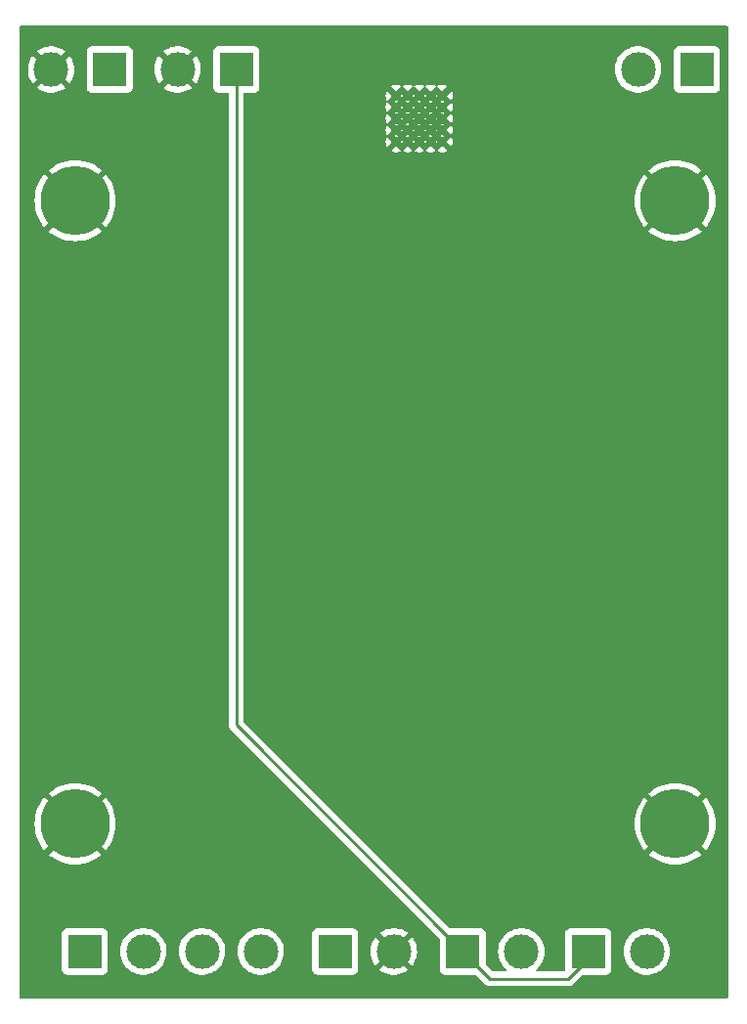
<source format=gbl>
G04 #@! TF.GenerationSoftware,KiCad,Pcbnew,(6.0.1)*
G04 #@! TF.CreationDate,2022-04-27T15:55:03+02:00*
G04 #@! TF.ProjectId,PompController_brian,506f6d70-436f-46e7-9472-6f6c6c65725f,rev?*
G04 #@! TF.SameCoordinates,Original*
G04 #@! TF.FileFunction,Copper,L2,Bot*
G04 #@! TF.FilePolarity,Positive*
%FSLAX46Y46*%
G04 Gerber Fmt 4.6, Leading zero omitted, Abs format (unit mm)*
G04 Created by KiCad (PCBNEW (6.0.1)) date 2022-04-27 15:55:03*
%MOMM*%
%LPD*%
G01*
G04 APERTURE LIST*
G04 #@! TA.AperFunction,ComponentPad*
%ADD10R,3.000000X3.000000*%
G04 #@! TD*
G04 #@! TA.AperFunction,ComponentPad*
%ADD11C,3.000000*%
G04 #@! TD*
G04 #@! TA.AperFunction,ComponentPad*
%ADD12C,0.800000*%
G04 #@! TD*
G04 #@! TA.AperFunction,ComponentPad*
%ADD13C,6.000000*%
G04 #@! TD*
G04 #@! TA.AperFunction,Conductor*
%ADD14C,0.250000*%
G04 #@! TD*
G04 APERTURE END LIST*
D10*
X89710000Y-110650000D03*
D11*
X94790000Y-110650000D03*
D12*
X56150000Y-43400000D03*
X54559010Y-47240990D03*
X54559010Y-44059010D03*
X53900000Y-45650000D03*
X57740990Y-44059010D03*
D13*
X56150000Y-45650000D03*
D12*
X58400000Y-45650000D03*
X56150000Y-47900000D03*
X57740990Y-47240990D03*
D10*
X78660000Y-110650000D03*
D11*
X83740000Y-110650000D03*
D10*
X59154000Y-34290000D03*
D11*
X54074000Y-34290000D03*
D10*
X70104000Y-34290000D03*
D11*
X65024000Y-34290000D03*
D12*
X85945000Y-40554000D03*
X83945000Y-40554000D03*
X83945000Y-36554000D03*
X84945000Y-38554000D03*
X84945000Y-37554000D03*
X86945000Y-36554000D03*
X83945000Y-37554000D03*
X86945000Y-38554000D03*
X84945000Y-39554000D03*
X86945000Y-40554000D03*
X87945000Y-39554000D03*
X85945000Y-39554000D03*
X87945000Y-37554000D03*
X83945000Y-39554000D03*
X86945000Y-37554000D03*
X84945000Y-40554000D03*
X87945000Y-36554000D03*
X87945000Y-38554000D03*
X86945000Y-39554000D03*
X84945000Y-36554000D03*
X85945000Y-37554000D03*
X85945000Y-38554000D03*
X83945000Y-38554000D03*
X87945000Y-40554000D03*
X85945000Y-36554000D03*
X110350000Y-99600000D03*
D13*
X108100000Y-99600000D03*
D12*
X109690990Y-98009010D03*
X108100000Y-97350000D03*
X109690990Y-101190990D03*
X108100000Y-101850000D03*
X106509010Y-101190990D03*
X106509010Y-98009010D03*
X105850000Y-99600000D03*
D10*
X56980000Y-110650000D03*
D11*
X62060000Y-110650000D03*
X67140000Y-110650000D03*
X72220000Y-110650000D03*
D12*
X110350000Y-45650000D03*
X109690990Y-47240990D03*
X106509010Y-47240990D03*
X106509010Y-44059010D03*
X109690990Y-44059010D03*
X108100000Y-47900000D03*
X105850000Y-45650000D03*
D13*
X108100000Y-45650000D03*
D12*
X108100000Y-43400000D03*
D10*
X100570000Y-110650000D03*
D11*
X105650000Y-110650000D03*
D10*
X109982000Y-34290000D03*
D11*
X104902000Y-34290000D03*
D12*
X56150000Y-97350000D03*
X56150000Y-101850000D03*
X57740990Y-101190990D03*
D13*
X56150000Y-99600000D03*
D12*
X54559010Y-98009010D03*
X54559010Y-101190990D03*
X53900000Y-99600000D03*
X58400000Y-99600000D03*
X57740990Y-98009010D03*
D14*
X70104000Y-91044000D02*
X89710000Y-110650000D01*
X89710000Y-110650000D02*
X92090000Y-113030000D01*
X92090000Y-113030000D02*
X98806000Y-113030000D01*
X100570000Y-111266000D02*
X100570000Y-110650000D01*
X70104000Y-34290000D02*
X70104000Y-91044000D01*
X98806000Y-113030000D02*
X100570000Y-111266000D01*
G04 #@! TA.AperFunction,Conductor*
G36*
X112634121Y-30528002D02*
G01*
X112680614Y-30581658D01*
X112692000Y-30634000D01*
X112692000Y-114566000D01*
X112671998Y-114634121D01*
X112618342Y-114680614D01*
X112566000Y-114692000D01*
X51434000Y-114692000D01*
X51365879Y-114671998D01*
X51319386Y-114618342D01*
X51308000Y-114566000D01*
X51308000Y-112198134D01*
X54971500Y-112198134D01*
X54978255Y-112260316D01*
X55029385Y-112396705D01*
X55116739Y-112513261D01*
X55233295Y-112600615D01*
X55369684Y-112651745D01*
X55431866Y-112658500D01*
X58528134Y-112658500D01*
X58590316Y-112651745D01*
X58726705Y-112600615D01*
X58843261Y-112513261D01*
X58930615Y-112396705D01*
X58981745Y-112260316D01*
X58988500Y-112198134D01*
X58988500Y-110628918D01*
X60046917Y-110628918D01*
X60062682Y-110902320D01*
X60063507Y-110906525D01*
X60063508Y-110906533D01*
X60084698Y-111014539D01*
X60115405Y-111171053D01*
X60116792Y-111175103D01*
X60116793Y-111175108D01*
X60137605Y-111235895D01*
X60204112Y-111430144D01*
X60327160Y-111674799D01*
X60329586Y-111678328D01*
X60329589Y-111678334D01*
X60458741Y-111866250D01*
X60482274Y-111900490D01*
X60666582Y-112103043D01*
X60876675Y-112278707D01*
X60880316Y-112280991D01*
X61105024Y-112421951D01*
X61105028Y-112421953D01*
X61108664Y-112424234D01*
X61176544Y-112454883D01*
X61354345Y-112535164D01*
X61354349Y-112535166D01*
X61358257Y-112536930D01*
X61362377Y-112538150D01*
X61362376Y-112538150D01*
X61616723Y-112613491D01*
X61616727Y-112613492D01*
X61620836Y-112614709D01*
X61625070Y-112615357D01*
X61625075Y-112615358D01*
X61887298Y-112655483D01*
X61887300Y-112655483D01*
X61891540Y-112656132D01*
X62030912Y-112658322D01*
X62161071Y-112660367D01*
X62161077Y-112660367D01*
X62165362Y-112660434D01*
X62437235Y-112627534D01*
X62702127Y-112558041D01*
X62706087Y-112556401D01*
X62706092Y-112556399D01*
X62828632Y-112505641D01*
X62955136Y-112453241D01*
X63086466Y-112376498D01*
X63187879Y-112317237D01*
X63187880Y-112317236D01*
X63191582Y-112315073D01*
X63407089Y-112146094D01*
X63448809Y-112103043D01*
X63594686Y-111952509D01*
X63597669Y-111949431D01*
X63600202Y-111945983D01*
X63600206Y-111945978D01*
X63757257Y-111732178D01*
X63759795Y-111728723D01*
X63761841Y-111724955D01*
X63888418Y-111491830D01*
X63888419Y-111491828D01*
X63890468Y-111488054D01*
X63987269Y-111231877D01*
X64048407Y-110964933D01*
X64054384Y-110897969D01*
X64072531Y-110694627D01*
X64072532Y-110694616D01*
X64072751Y-110692161D01*
X64073193Y-110650000D01*
X64071756Y-110628918D01*
X65126917Y-110628918D01*
X65142682Y-110902320D01*
X65143507Y-110906525D01*
X65143508Y-110906533D01*
X65164698Y-111014539D01*
X65195405Y-111171053D01*
X65196792Y-111175103D01*
X65196793Y-111175108D01*
X65217605Y-111235895D01*
X65284112Y-111430144D01*
X65407160Y-111674799D01*
X65409586Y-111678328D01*
X65409589Y-111678334D01*
X65538741Y-111866250D01*
X65562274Y-111900490D01*
X65746582Y-112103043D01*
X65956675Y-112278707D01*
X65960316Y-112280991D01*
X66185024Y-112421951D01*
X66185028Y-112421953D01*
X66188664Y-112424234D01*
X66256544Y-112454883D01*
X66434345Y-112535164D01*
X66434349Y-112535166D01*
X66438257Y-112536930D01*
X66442377Y-112538150D01*
X66442376Y-112538150D01*
X66696723Y-112613491D01*
X66696727Y-112613492D01*
X66700836Y-112614709D01*
X66705070Y-112615357D01*
X66705075Y-112615358D01*
X66967298Y-112655483D01*
X66967300Y-112655483D01*
X66971540Y-112656132D01*
X67110912Y-112658322D01*
X67241071Y-112660367D01*
X67241077Y-112660367D01*
X67245362Y-112660434D01*
X67517235Y-112627534D01*
X67782127Y-112558041D01*
X67786087Y-112556401D01*
X67786092Y-112556399D01*
X67908632Y-112505641D01*
X68035136Y-112453241D01*
X68166466Y-112376498D01*
X68267879Y-112317237D01*
X68267880Y-112317236D01*
X68271582Y-112315073D01*
X68487089Y-112146094D01*
X68528809Y-112103043D01*
X68674686Y-111952509D01*
X68677669Y-111949431D01*
X68680202Y-111945983D01*
X68680206Y-111945978D01*
X68837257Y-111732178D01*
X68839795Y-111728723D01*
X68841841Y-111724955D01*
X68968418Y-111491830D01*
X68968419Y-111491828D01*
X68970468Y-111488054D01*
X69067269Y-111231877D01*
X69128407Y-110964933D01*
X69134384Y-110897969D01*
X69152531Y-110694627D01*
X69152532Y-110694616D01*
X69152751Y-110692161D01*
X69153193Y-110650000D01*
X69151756Y-110628918D01*
X70206917Y-110628918D01*
X70222682Y-110902320D01*
X70223507Y-110906525D01*
X70223508Y-110906533D01*
X70244698Y-111014539D01*
X70275405Y-111171053D01*
X70276792Y-111175103D01*
X70276793Y-111175108D01*
X70297605Y-111235895D01*
X70364112Y-111430144D01*
X70487160Y-111674799D01*
X70489586Y-111678328D01*
X70489589Y-111678334D01*
X70618741Y-111866250D01*
X70642274Y-111900490D01*
X70826582Y-112103043D01*
X71036675Y-112278707D01*
X71040316Y-112280991D01*
X71265024Y-112421951D01*
X71265028Y-112421953D01*
X71268664Y-112424234D01*
X71336544Y-112454883D01*
X71514345Y-112535164D01*
X71514349Y-112535166D01*
X71518257Y-112536930D01*
X71522377Y-112538150D01*
X71522376Y-112538150D01*
X71776723Y-112613491D01*
X71776727Y-112613492D01*
X71780836Y-112614709D01*
X71785070Y-112615357D01*
X71785075Y-112615358D01*
X72047298Y-112655483D01*
X72047300Y-112655483D01*
X72051540Y-112656132D01*
X72190912Y-112658322D01*
X72321071Y-112660367D01*
X72321077Y-112660367D01*
X72325362Y-112660434D01*
X72597235Y-112627534D01*
X72862127Y-112558041D01*
X72866087Y-112556401D01*
X72866092Y-112556399D01*
X72988632Y-112505641D01*
X73115136Y-112453241D01*
X73246466Y-112376498D01*
X73347879Y-112317237D01*
X73347880Y-112317236D01*
X73351582Y-112315073D01*
X73500720Y-112198134D01*
X76651500Y-112198134D01*
X76658255Y-112260316D01*
X76709385Y-112396705D01*
X76796739Y-112513261D01*
X76913295Y-112600615D01*
X77049684Y-112651745D01*
X77111866Y-112658500D01*
X80208134Y-112658500D01*
X80270316Y-112651745D01*
X80406705Y-112600615D01*
X80523261Y-112513261D01*
X80610615Y-112396705D01*
X80661745Y-112260316D01*
X80663990Y-112239654D01*
X82515618Y-112239654D01*
X82522673Y-112249627D01*
X82553679Y-112275551D01*
X82560598Y-112280579D01*
X82785272Y-112421515D01*
X82792807Y-112425556D01*
X83034520Y-112534694D01*
X83042551Y-112537680D01*
X83296832Y-112613002D01*
X83305184Y-112614869D01*
X83567340Y-112654984D01*
X83575874Y-112655700D01*
X83841045Y-112659867D01*
X83849596Y-112659418D01*
X84112883Y-112627557D01*
X84121284Y-112625955D01*
X84377824Y-112558653D01*
X84385926Y-112555926D01*
X84630949Y-112454434D01*
X84638617Y-112450628D01*
X84867598Y-112316822D01*
X84874679Y-112312009D01*
X84954655Y-112249301D01*
X84963125Y-112237442D01*
X84956608Y-112225818D01*
X83752812Y-111022022D01*
X83738868Y-111014408D01*
X83737035Y-111014539D01*
X83730420Y-111018790D01*
X82522910Y-112226300D01*
X82515618Y-112239654D01*
X80663990Y-112239654D01*
X80668500Y-112198134D01*
X80668500Y-110633204D01*
X81727665Y-110633204D01*
X81742932Y-110897969D01*
X81744005Y-110906470D01*
X81795065Y-111166722D01*
X81797276Y-111174974D01*
X81883184Y-111425894D01*
X81886499Y-111433779D01*
X82005664Y-111670713D01*
X82010020Y-111678079D01*
X82139347Y-111866250D01*
X82149601Y-111874594D01*
X82163342Y-111867448D01*
X83367978Y-110662812D01*
X83374356Y-110651132D01*
X84104408Y-110651132D01*
X84104539Y-110652965D01*
X84108790Y-110659580D01*
X85315730Y-111866520D01*
X85327939Y-111873187D01*
X85339439Y-111864497D01*
X85436831Y-111731913D01*
X85441418Y-111724685D01*
X85567962Y-111491621D01*
X85571530Y-111483827D01*
X85665271Y-111235750D01*
X85667748Y-111227544D01*
X85726954Y-110969038D01*
X85728294Y-110960577D01*
X85752031Y-110694616D01*
X85752277Y-110689677D01*
X85752666Y-110652485D01*
X85752523Y-110647519D01*
X85734362Y-110381123D01*
X85733201Y-110372649D01*
X85679419Y-110112944D01*
X85677120Y-110104709D01*
X85588588Y-109854705D01*
X85585191Y-109846854D01*
X85463550Y-109611178D01*
X85459122Y-109603866D01*
X85340031Y-109434417D01*
X85329509Y-109426037D01*
X85316121Y-109433089D01*
X84112022Y-110637188D01*
X84104408Y-110651132D01*
X83374356Y-110651132D01*
X83375592Y-110648868D01*
X83375461Y-110647035D01*
X83371210Y-110640420D01*
X82163814Y-109433024D01*
X82151804Y-109426466D01*
X82140064Y-109435434D01*
X82031935Y-109585911D01*
X82027418Y-109593196D01*
X81903325Y-109827567D01*
X81899839Y-109835395D01*
X81808700Y-110084446D01*
X81806311Y-110092670D01*
X81749812Y-110351795D01*
X81748563Y-110360250D01*
X81727754Y-110624653D01*
X81727665Y-110633204D01*
X80668500Y-110633204D01*
X80668500Y-109101866D01*
X80664224Y-109062500D01*
X82516584Y-109062500D01*
X82522980Y-109073770D01*
X83727188Y-110277978D01*
X83741132Y-110285592D01*
X83742965Y-110285461D01*
X83749580Y-110281210D01*
X84956604Y-109074186D01*
X84963795Y-109061017D01*
X84956473Y-109050780D01*
X84909233Y-109012115D01*
X84902261Y-109007160D01*
X84676122Y-108868582D01*
X84668552Y-108864624D01*
X84425704Y-108758022D01*
X84417644Y-108755120D01*
X84162592Y-108682467D01*
X84154214Y-108680685D01*
X83891656Y-108643318D01*
X83883111Y-108642691D01*
X83617908Y-108641302D01*
X83609374Y-108641839D01*
X83346433Y-108676456D01*
X83338035Y-108678149D01*
X83082238Y-108748127D01*
X83074143Y-108750946D01*
X82830199Y-108854997D01*
X82822577Y-108858881D01*
X82595013Y-108995075D01*
X82587981Y-108999962D01*
X82525053Y-109050377D01*
X82516584Y-109062500D01*
X80664224Y-109062500D01*
X80661745Y-109039684D01*
X80610615Y-108903295D01*
X80523261Y-108786739D01*
X80406705Y-108699385D01*
X80270316Y-108648255D01*
X80208134Y-108641500D01*
X77111866Y-108641500D01*
X77049684Y-108648255D01*
X76913295Y-108699385D01*
X76796739Y-108786739D01*
X76709385Y-108903295D01*
X76658255Y-109039684D01*
X76651500Y-109101866D01*
X76651500Y-112198134D01*
X73500720Y-112198134D01*
X73567089Y-112146094D01*
X73608809Y-112103043D01*
X73754686Y-111952509D01*
X73757669Y-111949431D01*
X73760202Y-111945983D01*
X73760206Y-111945978D01*
X73917257Y-111732178D01*
X73919795Y-111728723D01*
X73921841Y-111724955D01*
X74048418Y-111491830D01*
X74048419Y-111491828D01*
X74050468Y-111488054D01*
X74147269Y-111231877D01*
X74208407Y-110964933D01*
X74214384Y-110897969D01*
X74232531Y-110694627D01*
X74232532Y-110694616D01*
X74232751Y-110692161D01*
X74233193Y-110650000D01*
X74231465Y-110624648D01*
X74214859Y-110381055D01*
X74214858Y-110381049D01*
X74214567Y-110376778D01*
X74159032Y-110108612D01*
X74067617Y-109850465D01*
X73942013Y-109607112D01*
X73932040Y-109592921D01*
X73787008Y-109386562D01*
X73784545Y-109383057D01*
X73598125Y-109182445D01*
X73594810Y-109179731D01*
X73594806Y-109179728D01*
X73433304Y-109047540D01*
X73386205Y-109008990D01*
X73152704Y-108865901D01*
X73148768Y-108864173D01*
X72905873Y-108757549D01*
X72905869Y-108757548D01*
X72901945Y-108755825D01*
X72638566Y-108680800D01*
X72634324Y-108680196D01*
X72634318Y-108680195D01*
X72429387Y-108651029D01*
X72367443Y-108642213D01*
X72223589Y-108641460D01*
X72097877Y-108640802D01*
X72097871Y-108640802D01*
X72093591Y-108640780D01*
X72089347Y-108641339D01*
X72089343Y-108641339D01*
X72015741Y-108651029D01*
X71822078Y-108676525D01*
X71817938Y-108677658D01*
X71817936Y-108677658D01*
X71750037Y-108696233D01*
X71557928Y-108748788D01*
X71553980Y-108750472D01*
X71309982Y-108854546D01*
X71309978Y-108854548D01*
X71306030Y-108856232D01*
X71286125Y-108868145D01*
X71074725Y-108994664D01*
X71074721Y-108994667D01*
X71071043Y-108996868D01*
X70857318Y-109168094D01*
X70668808Y-109366742D01*
X70509002Y-109589136D01*
X70380857Y-109831161D01*
X70379385Y-109835184D01*
X70379383Y-109835188D01*
X70372314Y-109854506D01*
X70286743Y-110088337D01*
X70228404Y-110355907D01*
X70206917Y-110628918D01*
X69151756Y-110628918D01*
X69151465Y-110624648D01*
X69134859Y-110381055D01*
X69134858Y-110381049D01*
X69134567Y-110376778D01*
X69079032Y-110108612D01*
X68987617Y-109850465D01*
X68862013Y-109607112D01*
X68852040Y-109592921D01*
X68707008Y-109386562D01*
X68704545Y-109383057D01*
X68518125Y-109182445D01*
X68514810Y-109179731D01*
X68514806Y-109179728D01*
X68353304Y-109047540D01*
X68306205Y-109008990D01*
X68072704Y-108865901D01*
X68068768Y-108864173D01*
X67825873Y-108757549D01*
X67825869Y-108757548D01*
X67821945Y-108755825D01*
X67558566Y-108680800D01*
X67554324Y-108680196D01*
X67554318Y-108680195D01*
X67349387Y-108651029D01*
X67287443Y-108642213D01*
X67143589Y-108641460D01*
X67017877Y-108640802D01*
X67017871Y-108640802D01*
X67013591Y-108640780D01*
X67009347Y-108641339D01*
X67009343Y-108641339D01*
X66935741Y-108651029D01*
X66742078Y-108676525D01*
X66737938Y-108677658D01*
X66737936Y-108677658D01*
X66670037Y-108696233D01*
X66477928Y-108748788D01*
X66473980Y-108750472D01*
X66229982Y-108854546D01*
X66229978Y-108854548D01*
X66226030Y-108856232D01*
X66206125Y-108868145D01*
X65994725Y-108994664D01*
X65994721Y-108994667D01*
X65991043Y-108996868D01*
X65777318Y-109168094D01*
X65588808Y-109366742D01*
X65429002Y-109589136D01*
X65300857Y-109831161D01*
X65299385Y-109835184D01*
X65299383Y-109835188D01*
X65292314Y-109854506D01*
X65206743Y-110088337D01*
X65148404Y-110355907D01*
X65126917Y-110628918D01*
X64071756Y-110628918D01*
X64071465Y-110624648D01*
X64054859Y-110381055D01*
X64054858Y-110381049D01*
X64054567Y-110376778D01*
X63999032Y-110108612D01*
X63907617Y-109850465D01*
X63782013Y-109607112D01*
X63772040Y-109592921D01*
X63627008Y-109386562D01*
X63624545Y-109383057D01*
X63438125Y-109182445D01*
X63434810Y-109179731D01*
X63434806Y-109179728D01*
X63273304Y-109047540D01*
X63226205Y-109008990D01*
X62992704Y-108865901D01*
X62988768Y-108864173D01*
X62745873Y-108757549D01*
X62745869Y-108757548D01*
X62741945Y-108755825D01*
X62478566Y-108680800D01*
X62474324Y-108680196D01*
X62474318Y-108680195D01*
X62269387Y-108651029D01*
X62207443Y-108642213D01*
X62063589Y-108641460D01*
X61937877Y-108640802D01*
X61937871Y-108640802D01*
X61933591Y-108640780D01*
X61929347Y-108641339D01*
X61929343Y-108641339D01*
X61855741Y-108651029D01*
X61662078Y-108676525D01*
X61657938Y-108677658D01*
X61657936Y-108677658D01*
X61590037Y-108696233D01*
X61397928Y-108748788D01*
X61393980Y-108750472D01*
X61149982Y-108854546D01*
X61149978Y-108854548D01*
X61146030Y-108856232D01*
X61126125Y-108868145D01*
X60914725Y-108994664D01*
X60914721Y-108994667D01*
X60911043Y-108996868D01*
X60697318Y-109168094D01*
X60508808Y-109366742D01*
X60349002Y-109589136D01*
X60220857Y-109831161D01*
X60219385Y-109835184D01*
X60219383Y-109835188D01*
X60212314Y-109854506D01*
X60126743Y-110088337D01*
X60068404Y-110355907D01*
X60046917Y-110628918D01*
X58988500Y-110628918D01*
X58988500Y-109101866D01*
X58981745Y-109039684D01*
X58930615Y-108903295D01*
X58843261Y-108786739D01*
X58726705Y-108699385D01*
X58590316Y-108648255D01*
X58528134Y-108641500D01*
X55431866Y-108641500D01*
X55369684Y-108648255D01*
X55233295Y-108699385D01*
X55116739Y-108786739D01*
X55029385Y-108903295D01*
X54978255Y-109039684D01*
X54971500Y-109101866D01*
X54971500Y-112198134D01*
X51308000Y-112198134D01*
X51308000Y-102255186D01*
X53859960Y-102255186D01*
X53867418Y-102265554D01*
X54082662Y-102439854D01*
X54087984Y-102443721D01*
X54390823Y-102640387D01*
X54396532Y-102643683D01*
X54718275Y-102807620D01*
X54724286Y-102810296D01*
X55061395Y-102939700D01*
X55067672Y-102941740D01*
X55416463Y-103035198D01*
X55422901Y-103036567D01*
X55779560Y-103093055D01*
X55786104Y-103093743D01*
X56146699Y-103112641D01*
X56153301Y-103112641D01*
X56513896Y-103093743D01*
X56520440Y-103093055D01*
X56877099Y-103036567D01*
X56883537Y-103035198D01*
X57232328Y-102941740D01*
X57238605Y-102939700D01*
X57575714Y-102810296D01*
X57581725Y-102807620D01*
X57903468Y-102643683D01*
X57909177Y-102640387D01*
X58212016Y-102443721D01*
X58217338Y-102439854D01*
X58431634Y-102266322D01*
X58440100Y-102254067D01*
X58433766Y-102242976D01*
X56162812Y-99972022D01*
X56148868Y-99964408D01*
X56147035Y-99964539D01*
X56140420Y-99968790D01*
X53867100Y-102242110D01*
X53859960Y-102255186D01*
X51308000Y-102255186D01*
X51308000Y-99603301D01*
X52637359Y-99603301D01*
X52656257Y-99963896D01*
X52656945Y-99970440D01*
X52713433Y-100327099D01*
X52714802Y-100333537D01*
X52808260Y-100682328D01*
X52810300Y-100688605D01*
X52939704Y-101025714D01*
X52942380Y-101031725D01*
X53106317Y-101353468D01*
X53109613Y-101359177D01*
X53306279Y-101662016D01*
X53310146Y-101667338D01*
X53483678Y-101881634D01*
X53495933Y-101890100D01*
X53507024Y-101883766D01*
X55777978Y-99612812D01*
X55784356Y-99601132D01*
X56514408Y-99601132D01*
X56514539Y-99602965D01*
X56518790Y-99609580D01*
X58792110Y-101882900D01*
X58805186Y-101890040D01*
X58815554Y-101882582D01*
X58989854Y-101667338D01*
X58993721Y-101662016D01*
X59190387Y-101359177D01*
X59193683Y-101353468D01*
X59357620Y-101031725D01*
X59360296Y-101025714D01*
X59489700Y-100688605D01*
X59491740Y-100682328D01*
X59585198Y-100333537D01*
X59586567Y-100327099D01*
X59643055Y-99970440D01*
X59643743Y-99963896D01*
X59662641Y-99603301D01*
X59662641Y-99596699D01*
X59643743Y-99236104D01*
X59643055Y-99229560D01*
X59586567Y-98872901D01*
X59585198Y-98866463D01*
X59491740Y-98517672D01*
X59489700Y-98511395D01*
X59360296Y-98174286D01*
X59357620Y-98168275D01*
X59193683Y-97846532D01*
X59190387Y-97840823D01*
X58993721Y-97537984D01*
X58989854Y-97532662D01*
X58816322Y-97318366D01*
X58804067Y-97309900D01*
X58792976Y-97316234D01*
X56522022Y-99587188D01*
X56514408Y-99601132D01*
X55784356Y-99601132D01*
X55785592Y-99598868D01*
X55785461Y-99597035D01*
X55781210Y-99590420D01*
X53507890Y-97317100D01*
X53494814Y-97309960D01*
X53484446Y-97317418D01*
X53310146Y-97532662D01*
X53306279Y-97537984D01*
X53109613Y-97840823D01*
X53106317Y-97846532D01*
X52942380Y-98168275D01*
X52939704Y-98174286D01*
X52810300Y-98511395D01*
X52808260Y-98517672D01*
X52714802Y-98866463D01*
X52713433Y-98872901D01*
X52656945Y-99229560D01*
X52656257Y-99236104D01*
X52637359Y-99596699D01*
X52637359Y-99603301D01*
X51308000Y-99603301D01*
X51308000Y-96945933D01*
X53859900Y-96945933D01*
X53866234Y-96957024D01*
X56137188Y-99227978D01*
X56151132Y-99235592D01*
X56152965Y-99235461D01*
X56159580Y-99231210D01*
X58432900Y-96957890D01*
X58440040Y-96944814D01*
X58432582Y-96934446D01*
X58217338Y-96760146D01*
X58212016Y-96756279D01*
X57909177Y-96559613D01*
X57903468Y-96556317D01*
X57581725Y-96392380D01*
X57575714Y-96389704D01*
X57238605Y-96260300D01*
X57232328Y-96258260D01*
X56883537Y-96164802D01*
X56877099Y-96163433D01*
X56520440Y-96106945D01*
X56513896Y-96106257D01*
X56153301Y-96087359D01*
X56146699Y-96087359D01*
X55786104Y-96106257D01*
X55779560Y-96106945D01*
X55422901Y-96163433D01*
X55416463Y-96164802D01*
X55067672Y-96258260D01*
X55061395Y-96260300D01*
X54724286Y-96389704D01*
X54718275Y-96392380D01*
X54396532Y-96556317D01*
X54390823Y-96559613D01*
X54087984Y-96756279D01*
X54082662Y-96760146D01*
X53868366Y-96933678D01*
X53859900Y-96945933D01*
X51308000Y-96945933D01*
X51308000Y-48305186D01*
X53859960Y-48305186D01*
X53867418Y-48315554D01*
X54082662Y-48489854D01*
X54087984Y-48493721D01*
X54390823Y-48690387D01*
X54396532Y-48693683D01*
X54718275Y-48857620D01*
X54724286Y-48860296D01*
X55061395Y-48989700D01*
X55067672Y-48991740D01*
X55416463Y-49085198D01*
X55422901Y-49086567D01*
X55779560Y-49143055D01*
X55786104Y-49143743D01*
X56146699Y-49162641D01*
X56153301Y-49162641D01*
X56513896Y-49143743D01*
X56520440Y-49143055D01*
X56877099Y-49086567D01*
X56883537Y-49085198D01*
X57232328Y-48991740D01*
X57238605Y-48989700D01*
X57575714Y-48860296D01*
X57581725Y-48857620D01*
X57903468Y-48693683D01*
X57909177Y-48690387D01*
X58212016Y-48493721D01*
X58217338Y-48489854D01*
X58431634Y-48316322D01*
X58440100Y-48304067D01*
X58433766Y-48292976D01*
X56162812Y-46022022D01*
X56148868Y-46014408D01*
X56147035Y-46014539D01*
X56140420Y-46018790D01*
X53867100Y-48292110D01*
X53859960Y-48305186D01*
X51308000Y-48305186D01*
X51308000Y-45653301D01*
X52637359Y-45653301D01*
X52656257Y-46013896D01*
X52656945Y-46020440D01*
X52713433Y-46377099D01*
X52714802Y-46383537D01*
X52808260Y-46732328D01*
X52810300Y-46738605D01*
X52939704Y-47075714D01*
X52942380Y-47081725D01*
X53106317Y-47403468D01*
X53109613Y-47409177D01*
X53306279Y-47712016D01*
X53310146Y-47717338D01*
X53483678Y-47931634D01*
X53495933Y-47940100D01*
X53507024Y-47933766D01*
X55777978Y-45662812D01*
X55784356Y-45651132D01*
X56514408Y-45651132D01*
X56514539Y-45652965D01*
X56518790Y-45659580D01*
X58792110Y-47932900D01*
X58805186Y-47940040D01*
X58815554Y-47932582D01*
X58989854Y-47717338D01*
X58993721Y-47712016D01*
X59190387Y-47409177D01*
X59193683Y-47403468D01*
X59357620Y-47081725D01*
X59360296Y-47075714D01*
X59489700Y-46738605D01*
X59491740Y-46732328D01*
X59585198Y-46383537D01*
X59586567Y-46377099D01*
X59643055Y-46020440D01*
X59643743Y-46013896D01*
X59662641Y-45653301D01*
X59662641Y-45646699D01*
X59643743Y-45286104D01*
X59643055Y-45279560D01*
X59586567Y-44922901D01*
X59585198Y-44916463D01*
X59491740Y-44567672D01*
X59489700Y-44561395D01*
X59360296Y-44224286D01*
X59357620Y-44218275D01*
X59193683Y-43896532D01*
X59190387Y-43890823D01*
X58993721Y-43587984D01*
X58989854Y-43582662D01*
X58816322Y-43368366D01*
X58804067Y-43359900D01*
X58792976Y-43366234D01*
X56522022Y-45637188D01*
X56514408Y-45651132D01*
X55784356Y-45651132D01*
X55785592Y-45648868D01*
X55785461Y-45647035D01*
X55781210Y-45640420D01*
X53507890Y-43367100D01*
X53494814Y-43359960D01*
X53484446Y-43367418D01*
X53310146Y-43582662D01*
X53306279Y-43587984D01*
X53109613Y-43890823D01*
X53106317Y-43896532D01*
X52942380Y-44218275D01*
X52939704Y-44224286D01*
X52810300Y-44561395D01*
X52808260Y-44567672D01*
X52714802Y-44916463D01*
X52713433Y-44922901D01*
X52656945Y-45279560D01*
X52656257Y-45286104D01*
X52637359Y-45646699D01*
X52637359Y-45653301D01*
X51308000Y-45653301D01*
X51308000Y-42995933D01*
X53859900Y-42995933D01*
X53866234Y-43007024D01*
X56137188Y-45277978D01*
X56151132Y-45285592D01*
X56152965Y-45285461D01*
X56159580Y-45281210D01*
X58432900Y-43007890D01*
X58440040Y-42994814D01*
X58432582Y-42984446D01*
X58217338Y-42810146D01*
X58212016Y-42806279D01*
X57909177Y-42609613D01*
X57903468Y-42606317D01*
X57581725Y-42442380D01*
X57575714Y-42439704D01*
X57238605Y-42310300D01*
X57232328Y-42308260D01*
X56883537Y-42214802D01*
X56877099Y-42213433D01*
X56520440Y-42156945D01*
X56513896Y-42156257D01*
X56153301Y-42137359D01*
X56146699Y-42137359D01*
X55786104Y-42156257D01*
X55779560Y-42156945D01*
X55422901Y-42213433D01*
X55416463Y-42214802D01*
X55067672Y-42308260D01*
X55061395Y-42310300D01*
X54724286Y-42439704D01*
X54718275Y-42442380D01*
X54396532Y-42606317D01*
X54390823Y-42609613D01*
X54087984Y-42806279D01*
X54082662Y-42810146D01*
X53868366Y-42983678D01*
X53859900Y-42995933D01*
X51308000Y-42995933D01*
X51308000Y-35879654D01*
X52849618Y-35879654D01*
X52856673Y-35889627D01*
X52887679Y-35915551D01*
X52894598Y-35920579D01*
X53119272Y-36061515D01*
X53126807Y-36065556D01*
X53368520Y-36174694D01*
X53376551Y-36177680D01*
X53630832Y-36253002D01*
X53639184Y-36254869D01*
X53901340Y-36294984D01*
X53909874Y-36295700D01*
X54175045Y-36299867D01*
X54183596Y-36299418D01*
X54446883Y-36267557D01*
X54455284Y-36265955D01*
X54711824Y-36198653D01*
X54719926Y-36195926D01*
X54964949Y-36094434D01*
X54972617Y-36090628D01*
X55201598Y-35956822D01*
X55208679Y-35952009D01*
X55288655Y-35889301D01*
X55297125Y-35877442D01*
X55290608Y-35865818D01*
X55262924Y-35838134D01*
X57145500Y-35838134D01*
X57152255Y-35900316D01*
X57203385Y-36036705D01*
X57290739Y-36153261D01*
X57407295Y-36240615D01*
X57543684Y-36291745D01*
X57605866Y-36298500D01*
X60702134Y-36298500D01*
X60764316Y-36291745D01*
X60900705Y-36240615D01*
X61017261Y-36153261D01*
X61104615Y-36036705D01*
X61155745Y-35900316D01*
X61157990Y-35879654D01*
X63799618Y-35879654D01*
X63806673Y-35889627D01*
X63837679Y-35915551D01*
X63844598Y-35920579D01*
X64069272Y-36061515D01*
X64076807Y-36065556D01*
X64318520Y-36174694D01*
X64326551Y-36177680D01*
X64580832Y-36253002D01*
X64589184Y-36254869D01*
X64851340Y-36294984D01*
X64859874Y-36295700D01*
X65125045Y-36299867D01*
X65133596Y-36299418D01*
X65396883Y-36267557D01*
X65405284Y-36265955D01*
X65661824Y-36198653D01*
X65669926Y-36195926D01*
X65914949Y-36094434D01*
X65922617Y-36090628D01*
X66151598Y-35956822D01*
X66158679Y-35952009D01*
X66238655Y-35889301D01*
X66247125Y-35877442D01*
X66240608Y-35865818D01*
X66212924Y-35838134D01*
X68095500Y-35838134D01*
X68102255Y-35900316D01*
X68153385Y-36036705D01*
X68240739Y-36153261D01*
X68357295Y-36240615D01*
X68493684Y-36291745D01*
X68555866Y-36298500D01*
X69344500Y-36298500D01*
X69412621Y-36318502D01*
X69459114Y-36372158D01*
X69470500Y-36424500D01*
X69470500Y-90965233D01*
X69469973Y-90976416D01*
X69468298Y-90983909D01*
X69468547Y-90991835D01*
X69468547Y-90991836D01*
X69470438Y-91051986D01*
X69470500Y-91055945D01*
X69470500Y-91083856D01*
X69470997Y-91087790D01*
X69470997Y-91087791D01*
X69471005Y-91087856D01*
X69471938Y-91099693D01*
X69473327Y-91143889D01*
X69478978Y-91163339D01*
X69482987Y-91182700D01*
X69485526Y-91202797D01*
X69488445Y-91210168D01*
X69488445Y-91210170D01*
X69501804Y-91243912D01*
X69505649Y-91255142D01*
X69517982Y-91297593D01*
X69522015Y-91304412D01*
X69522017Y-91304417D01*
X69528293Y-91315028D01*
X69536988Y-91332776D01*
X69544448Y-91351617D01*
X69549110Y-91358033D01*
X69549110Y-91358034D01*
X69570436Y-91387387D01*
X69576952Y-91397307D01*
X69599458Y-91435362D01*
X69613779Y-91449683D01*
X69626619Y-91464716D01*
X69638528Y-91481107D01*
X69644634Y-91486158D01*
X69672605Y-91509298D01*
X69681384Y-91517288D01*
X87664595Y-109500500D01*
X87698621Y-109562812D01*
X87701500Y-109589595D01*
X87701500Y-112198134D01*
X87708255Y-112260316D01*
X87759385Y-112396705D01*
X87846739Y-112513261D01*
X87963295Y-112600615D01*
X88099684Y-112651745D01*
X88161866Y-112658500D01*
X90770406Y-112658500D01*
X90838527Y-112678502D01*
X90859501Y-112695405D01*
X91586343Y-113422247D01*
X91593887Y-113430537D01*
X91598000Y-113437018D01*
X91603777Y-113442443D01*
X91647667Y-113483658D01*
X91650509Y-113486413D01*
X91670230Y-113506134D01*
X91673425Y-113508612D01*
X91682447Y-113516318D01*
X91714679Y-113546586D01*
X91721628Y-113550406D01*
X91732432Y-113556346D01*
X91748956Y-113567199D01*
X91764959Y-113579613D01*
X91805543Y-113597176D01*
X91816173Y-113602383D01*
X91854940Y-113623695D01*
X91862617Y-113625666D01*
X91862622Y-113625668D01*
X91874558Y-113628732D01*
X91893266Y-113635137D01*
X91911855Y-113643181D01*
X91919683Y-113644421D01*
X91919690Y-113644423D01*
X91955524Y-113650099D01*
X91967144Y-113652505D01*
X91998959Y-113660673D01*
X92009970Y-113663500D01*
X92030224Y-113663500D01*
X92049934Y-113665051D01*
X92069943Y-113668220D01*
X92077835Y-113667474D01*
X92096580Y-113665702D01*
X92113962Y-113664059D01*
X92125819Y-113663500D01*
X98727233Y-113663500D01*
X98738416Y-113664027D01*
X98745909Y-113665702D01*
X98753835Y-113665453D01*
X98753836Y-113665453D01*
X98813986Y-113663562D01*
X98817945Y-113663500D01*
X98845856Y-113663500D01*
X98849791Y-113663003D01*
X98849856Y-113662995D01*
X98861693Y-113662062D01*
X98893951Y-113661048D01*
X98897970Y-113660922D01*
X98905889Y-113660673D01*
X98925343Y-113655021D01*
X98944700Y-113651013D01*
X98956930Y-113649468D01*
X98956931Y-113649468D01*
X98964797Y-113648474D01*
X98972168Y-113645555D01*
X98972170Y-113645555D01*
X99005912Y-113632196D01*
X99017142Y-113628351D01*
X99051983Y-113618229D01*
X99051984Y-113618229D01*
X99059593Y-113616018D01*
X99066412Y-113611985D01*
X99066417Y-113611983D01*
X99077028Y-113605707D01*
X99094776Y-113597012D01*
X99113617Y-113589552D01*
X99133987Y-113574753D01*
X99149387Y-113563564D01*
X99159307Y-113557048D01*
X99190535Y-113538580D01*
X99190538Y-113538578D01*
X99197362Y-113534542D01*
X99211683Y-113520221D01*
X99226717Y-113507380D01*
X99228432Y-113506134D01*
X99243107Y-113495472D01*
X99271298Y-113461395D01*
X99279288Y-113452616D01*
X100036499Y-112695405D01*
X100098811Y-112661379D01*
X100125594Y-112658500D01*
X102118134Y-112658500D01*
X102180316Y-112651745D01*
X102316705Y-112600615D01*
X102433261Y-112513261D01*
X102520615Y-112396705D01*
X102571745Y-112260316D01*
X102578500Y-112198134D01*
X102578500Y-110628918D01*
X103636917Y-110628918D01*
X103652682Y-110902320D01*
X103653507Y-110906525D01*
X103653508Y-110906533D01*
X103674698Y-111014539D01*
X103705405Y-111171053D01*
X103706792Y-111175103D01*
X103706793Y-111175108D01*
X103727605Y-111235895D01*
X103794112Y-111430144D01*
X103917160Y-111674799D01*
X103919586Y-111678328D01*
X103919589Y-111678334D01*
X104048741Y-111866250D01*
X104072274Y-111900490D01*
X104256582Y-112103043D01*
X104466675Y-112278707D01*
X104470316Y-112280991D01*
X104695024Y-112421951D01*
X104695028Y-112421953D01*
X104698664Y-112424234D01*
X104766544Y-112454883D01*
X104944345Y-112535164D01*
X104944349Y-112535166D01*
X104948257Y-112536930D01*
X104952377Y-112538150D01*
X104952376Y-112538150D01*
X105206723Y-112613491D01*
X105206727Y-112613492D01*
X105210836Y-112614709D01*
X105215070Y-112615357D01*
X105215075Y-112615358D01*
X105477298Y-112655483D01*
X105477300Y-112655483D01*
X105481540Y-112656132D01*
X105620912Y-112658322D01*
X105751071Y-112660367D01*
X105751077Y-112660367D01*
X105755362Y-112660434D01*
X106027235Y-112627534D01*
X106292127Y-112558041D01*
X106296087Y-112556401D01*
X106296092Y-112556399D01*
X106418632Y-112505641D01*
X106545136Y-112453241D01*
X106676466Y-112376498D01*
X106777879Y-112317237D01*
X106777880Y-112317236D01*
X106781582Y-112315073D01*
X106997089Y-112146094D01*
X107038809Y-112103043D01*
X107184686Y-111952509D01*
X107187669Y-111949431D01*
X107190202Y-111945983D01*
X107190206Y-111945978D01*
X107347257Y-111732178D01*
X107349795Y-111728723D01*
X107351841Y-111724955D01*
X107478418Y-111491830D01*
X107478419Y-111491828D01*
X107480468Y-111488054D01*
X107577269Y-111231877D01*
X107638407Y-110964933D01*
X107644384Y-110897969D01*
X107662531Y-110694627D01*
X107662532Y-110694616D01*
X107662751Y-110692161D01*
X107663193Y-110650000D01*
X107661465Y-110624648D01*
X107644859Y-110381055D01*
X107644858Y-110381049D01*
X107644567Y-110376778D01*
X107589032Y-110108612D01*
X107497617Y-109850465D01*
X107372013Y-109607112D01*
X107362040Y-109592921D01*
X107217008Y-109386562D01*
X107214545Y-109383057D01*
X107028125Y-109182445D01*
X107024810Y-109179731D01*
X107024806Y-109179728D01*
X106863304Y-109047540D01*
X106816205Y-109008990D01*
X106582704Y-108865901D01*
X106578768Y-108864173D01*
X106335873Y-108757549D01*
X106335869Y-108757548D01*
X106331945Y-108755825D01*
X106068566Y-108680800D01*
X106064324Y-108680196D01*
X106064318Y-108680195D01*
X105859387Y-108651029D01*
X105797443Y-108642213D01*
X105653589Y-108641460D01*
X105527877Y-108640802D01*
X105527871Y-108640802D01*
X105523591Y-108640780D01*
X105519347Y-108641339D01*
X105519343Y-108641339D01*
X105445741Y-108651029D01*
X105252078Y-108676525D01*
X105247938Y-108677658D01*
X105247936Y-108677658D01*
X105180037Y-108696233D01*
X104987928Y-108748788D01*
X104983980Y-108750472D01*
X104739982Y-108854546D01*
X104739978Y-108854548D01*
X104736030Y-108856232D01*
X104716125Y-108868145D01*
X104504725Y-108994664D01*
X104504721Y-108994667D01*
X104501043Y-108996868D01*
X104287318Y-109168094D01*
X104098808Y-109366742D01*
X103939002Y-109589136D01*
X103810857Y-109831161D01*
X103809385Y-109835184D01*
X103809383Y-109835188D01*
X103802314Y-109854506D01*
X103716743Y-110088337D01*
X103658404Y-110355907D01*
X103636917Y-110628918D01*
X102578500Y-110628918D01*
X102578500Y-109101866D01*
X102571745Y-109039684D01*
X102520615Y-108903295D01*
X102433261Y-108786739D01*
X102316705Y-108699385D01*
X102180316Y-108648255D01*
X102118134Y-108641500D01*
X99021866Y-108641500D01*
X98959684Y-108648255D01*
X98823295Y-108699385D01*
X98706739Y-108786739D01*
X98619385Y-108903295D01*
X98568255Y-109039684D01*
X98561500Y-109101866D01*
X98561500Y-112198134D01*
X98561869Y-112201531D01*
X98567883Y-112256892D01*
X98555355Y-112326775D01*
X98507034Y-112378790D01*
X98442620Y-112396500D01*
X96182630Y-112396500D01*
X96114509Y-112376498D01*
X96068016Y-112322842D01*
X96057912Y-112252568D01*
X96087406Y-112187988D01*
X96104879Y-112171350D01*
X96137089Y-112146094D01*
X96178809Y-112103043D01*
X96324686Y-111952509D01*
X96327669Y-111949431D01*
X96330202Y-111945983D01*
X96330206Y-111945978D01*
X96487257Y-111732178D01*
X96489795Y-111728723D01*
X96491841Y-111724955D01*
X96618418Y-111491830D01*
X96618419Y-111491828D01*
X96620468Y-111488054D01*
X96717269Y-111231877D01*
X96778407Y-110964933D01*
X96784384Y-110897969D01*
X96802531Y-110694627D01*
X96802532Y-110694616D01*
X96802751Y-110692161D01*
X96803193Y-110650000D01*
X96801465Y-110624648D01*
X96784859Y-110381055D01*
X96784858Y-110381049D01*
X96784567Y-110376778D01*
X96729032Y-110108612D01*
X96637617Y-109850465D01*
X96512013Y-109607112D01*
X96502040Y-109592921D01*
X96357008Y-109386562D01*
X96354545Y-109383057D01*
X96168125Y-109182445D01*
X96164810Y-109179731D01*
X96164806Y-109179728D01*
X96003304Y-109047540D01*
X95956205Y-109008990D01*
X95722704Y-108865901D01*
X95718768Y-108864173D01*
X95475873Y-108757549D01*
X95475869Y-108757548D01*
X95471945Y-108755825D01*
X95208566Y-108680800D01*
X95204324Y-108680196D01*
X95204318Y-108680195D01*
X94999387Y-108651029D01*
X94937443Y-108642213D01*
X94793589Y-108641460D01*
X94667877Y-108640802D01*
X94667871Y-108640802D01*
X94663591Y-108640780D01*
X94659347Y-108641339D01*
X94659343Y-108641339D01*
X94585741Y-108651029D01*
X94392078Y-108676525D01*
X94387938Y-108677658D01*
X94387936Y-108677658D01*
X94320037Y-108696233D01*
X94127928Y-108748788D01*
X94123980Y-108750472D01*
X93879982Y-108854546D01*
X93879978Y-108854548D01*
X93876030Y-108856232D01*
X93856125Y-108868145D01*
X93644725Y-108994664D01*
X93644721Y-108994667D01*
X93641043Y-108996868D01*
X93427318Y-109168094D01*
X93238808Y-109366742D01*
X93079002Y-109589136D01*
X92950857Y-109831161D01*
X92949385Y-109835184D01*
X92949383Y-109835188D01*
X92942314Y-109854506D01*
X92856743Y-110088337D01*
X92798404Y-110355907D01*
X92776917Y-110628918D01*
X92792682Y-110902320D01*
X92793507Y-110906525D01*
X92793508Y-110906533D01*
X92814698Y-111014539D01*
X92845405Y-111171053D01*
X92846792Y-111175103D01*
X92846793Y-111175108D01*
X92867605Y-111235895D01*
X92934112Y-111430144D01*
X93057160Y-111674799D01*
X93059586Y-111678328D01*
X93059589Y-111678334D01*
X93188741Y-111866250D01*
X93212274Y-111900490D01*
X93396582Y-112103043D01*
X93399877Y-112105798D01*
X93399878Y-112105799D01*
X93481251Y-112173837D01*
X93520681Y-112232878D01*
X93521932Y-112303863D01*
X93484606Y-112364256D01*
X93420555Y-112394882D01*
X93400429Y-112396500D01*
X92404595Y-112396500D01*
X92336474Y-112376498D01*
X92315500Y-112359595D01*
X91755405Y-111799500D01*
X91721379Y-111737188D01*
X91718500Y-111710405D01*
X91718500Y-109101866D01*
X91711745Y-109039684D01*
X91660615Y-108903295D01*
X91573261Y-108786739D01*
X91456705Y-108699385D01*
X91320316Y-108648255D01*
X91258134Y-108641500D01*
X88649594Y-108641500D01*
X88581473Y-108621498D01*
X88560499Y-108604595D01*
X82211091Y-102255186D01*
X105809960Y-102255186D01*
X105817418Y-102265554D01*
X106032662Y-102439854D01*
X106037984Y-102443721D01*
X106340823Y-102640387D01*
X106346532Y-102643683D01*
X106668275Y-102807620D01*
X106674286Y-102810296D01*
X107011395Y-102939700D01*
X107017672Y-102941740D01*
X107366463Y-103035198D01*
X107372901Y-103036567D01*
X107729560Y-103093055D01*
X107736104Y-103093743D01*
X108096699Y-103112641D01*
X108103301Y-103112641D01*
X108463896Y-103093743D01*
X108470440Y-103093055D01*
X108827099Y-103036567D01*
X108833537Y-103035198D01*
X109182328Y-102941740D01*
X109188605Y-102939700D01*
X109525714Y-102810296D01*
X109531725Y-102807620D01*
X109853468Y-102643683D01*
X109859177Y-102640387D01*
X110162016Y-102443721D01*
X110167338Y-102439854D01*
X110381634Y-102266322D01*
X110390100Y-102254067D01*
X110383766Y-102242976D01*
X108112812Y-99972022D01*
X108098868Y-99964408D01*
X108097035Y-99964539D01*
X108090420Y-99968790D01*
X105817100Y-102242110D01*
X105809960Y-102255186D01*
X82211091Y-102255186D01*
X79559206Y-99603301D01*
X104587359Y-99603301D01*
X104606257Y-99963896D01*
X104606945Y-99970440D01*
X104663433Y-100327099D01*
X104664802Y-100333537D01*
X104758260Y-100682328D01*
X104760300Y-100688605D01*
X104889704Y-101025714D01*
X104892380Y-101031725D01*
X105056317Y-101353468D01*
X105059613Y-101359177D01*
X105256279Y-101662016D01*
X105260146Y-101667338D01*
X105433678Y-101881634D01*
X105445933Y-101890100D01*
X105457024Y-101883766D01*
X107727978Y-99612812D01*
X107734356Y-99601132D01*
X108464408Y-99601132D01*
X108464539Y-99602965D01*
X108468790Y-99609580D01*
X110742110Y-101882900D01*
X110755186Y-101890040D01*
X110765554Y-101882582D01*
X110939854Y-101667338D01*
X110943721Y-101662016D01*
X111140387Y-101359177D01*
X111143683Y-101353468D01*
X111307620Y-101031725D01*
X111310296Y-101025714D01*
X111439700Y-100688605D01*
X111441740Y-100682328D01*
X111535198Y-100333537D01*
X111536567Y-100327099D01*
X111593055Y-99970440D01*
X111593743Y-99963896D01*
X111612641Y-99603301D01*
X111612641Y-99596699D01*
X111593743Y-99236104D01*
X111593055Y-99229560D01*
X111536567Y-98872901D01*
X111535198Y-98866463D01*
X111441740Y-98517672D01*
X111439700Y-98511395D01*
X111310296Y-98174286D01*
X111307620Y-98168275D01*
X111143683Y-97846532D01*
X111140387Y-97840823D01*
X110943721Y-97537984D01*
X110939854Y-97532662D01*
X110766322Y-97318366D01*
X110754067Y-97309900D01*
X110742976Y-97316234D01*
X108472022Y-99587188D01*
X108464408Y-99601132D01*
X107734356Y-99601132D01*
X107735592Y-99598868D01*
X107735461Y-99597035D01*
X107731210Y-99590420D01*
X105457890Y-97317100D01*
X105444814Y-97309960D01*
X105434446Y-97317418D01*
X105260146Y-97532662D01*
X105256279Y-97537984D01*
X105059613Y-97840823D01*
X105056317Y-97846532D01*
X104892380Y-98168275D01*
X104889704Y-98174286D01*
X104760300Y-98511395D01*
X104758260Y-98517672D01*
X104664802Y-98866463D01*
X104663433Y-98872901D01*
X104606945Y-99229560D01*
X104606257Y-99236104D01*
X104587359Y-99596699D01*
X104587359Y-99603301D01*
X79559206Y-99603301D01*
X76901838Y-96945933D01*
X105809900Y-96945933D01*
X105816234Y-96957024D01*
X108087188Y-99227978D01*
X108101132Y-99235592D01*
X108102965Y-99235461D01*
X108109580Y-99231210D01*
X110382900Y-96957890D01*
X110390040Y-96944814D01*
X110382582Y-96934446D01*
X110167338Y-96760146D01*
X110162016Y-96756279D01*
X109859177Y-96559613D01*
X109853468Y-96556317D01*
X109531725Y-96392380D01*
X109525714Y-96389704D01*
X109188605Y-96260300D01*
X109182328Y-96258260D01*
X108833537Y-96164802D01*
X108827099Y-96163433D01*
X108470440Y-96106945D01*
X108463896Y-96106257D01*
X108103301Y-96087359D01*
X108096699Y-96087359D01*
X107736104Y-96106257D01*
X107729560Y-96106945D01*
X107372901Y-96163433D01*
X107366463Y-96164802D01*
X107017672Y-96258260D01*
X107011395Y-96260300D01*
X106674286Y-96389704D01*
X106668275Y-96392380D01*
X106346532Y-96556317D01*
X106340823Y-96559613D01*
X106037984Y-96756279D01*
X106032662Y-96760146D01*
X105818366Y-96933678D01*
X105809900Y-96945933D01*
X76901838Y-96945933D01*
X70774405Y-90818500D01*
X70740379Y-90756188D01*
X70737500Y-90729405D01*
X70737500Y-48305186D01*
X105809960Y-48305186D01*
X105817418Y-48315554D01*
X106032662Y-48489854D01*
X106037984Y-48493721D01*
X106340823Y-48690387D01*
X106346532Y-48693683D01*
X106668275Y-48857620D01*
X106674286Y-48860296D01*
X107011395Y-48989700D01*
X107017672Y-48991740D01*
X107366463Y-49085198D01*
X107372901Y-49086567D01*
X107729560Y-49143055D01*
X107736104Y-49143743D01*
X108096699Y-49162641D01*
X108103301Y-49162641D01*
X108463896Y-49143743D01*
X108470440Y-49143055D01*
X108827099Y-49086567D01*
X108833537Y-49085198D01*
X109182328Y-48991740D01*
X109188605Y-48989700D01*
X109525714Y-48860296D01*
X109531725Y-48857620D01*
X109853468Y-48693683D01*
X109859177Y-48690387D01*
X110162016Y-48493721D01*
X110167338Y-48489854D01*
X110381634Y-48316322D01*
X110390100Y-48304067D01*
X110383766Y-48292976D01*
X108112812Y-46022022D01*
X108098868Y-46014408D01*
X108097035Y-46014539D01*
X108090420Y-46018790D01*
X105817100Y-48292110D01*
X105809960Y-48305186D01*
X70737500Y-48305186D01*
X70737500Y-45653301D01*
X104587359Y-45653301D01*
X104606257Y-46013896D01*
X104606945Y-46020440D01*
X104663433Y-46377099D01*
X104664802Y-46383537D01*
X104758260Y-46732328D01*
X104760300Y-46738605D01*
X104889704Y-47075714D01*
X104892380Y-47081725D01*
X105056317Y-47403468D01*
X105059613Y-47409177D01*
X105256279Y-47712016D01*
X105260146Y-47717338D01*
X105433678Y-47931634D01*
X105445933Y-47940100D01*
X105457024Y-47933766D01*
X107727978Y-45662812D01*
X107734356Y-45651132D01*
X108464408Y-45651132D01*
X108464539Y-45652965D01*
X108468790Y-45659580D01*
X110742110Y-47932900D01*
X110755186Y-47940040D01*
X110765554Y-47932582D01*
X110939854Y-47717338D01*
X110943721Y-47712016D01*
X111140387Y-47409177D01*
X111143683Y-47403468D01*
X111307620Y-47081725D01*
X111310296Y-47075714D01*
X111439700Y-46738605D01*
X111441740Y-46732328D01*
X111535198Y-46383537D01*
X111536567Y-46377099D01*
X111593055Y-46020440D01*
X111593743Y-46013896D01*
X111612641Y-45653301D01*
X111612641Y-45646699D01*
X111593743Y-45286104D01*
X111593055Y-45279560D01*
X111536567Y-44922901D01*
X111535198Y-44916463D01*
X111441740Y-44567672D01*
X111439700Y-44561395D01*
X111310296Y-44224286D01*
X111307620Y-44218275D01*
X111143683Y-43896532D01*
X111140387Y-43890823D01*
X110943721Y-43587984D01*
X110939854Y-43582662D01*
X110766322Y-43368366D01*
X110754067Y-43359900D01*
X110742976Y-43366234D01*
X108472022Y-45637188D01*
X108464408Y-45651132D01*
X107734356Y-45651132D01*
X107735592Y-45648868D01*
X107735461Y-45647035D01*
X107731210Y-45640420D01*
X105457890Y-43367100D01*
X105444814Y-43359960D01*
X105434446Y-43367418D01*
X105260146Y-43582662D01*
X105256279Y-43587984D01*
X105059613Y-43890823D01*
X105056317Y-43896532D01*
X104892380Y-44218275D01*
X104889704Y-44224286D01*
X104760300Y-44561395D01*
X104758260Y-44567672D01*
X104664802Y-44916463D01*
X104663433Y-44922901D01*
X104606945Y-45279560D01*
X104606257Y-45286104D01*
X104587359Y-45646699D01*
X104587359Y-45653301D01*
X70737500Y-45653301D01*
X70737500Y-42995933D01*
X105809900Y-42995933D01*
X105816234Y-43007024D01*
X108087188Y-45277978D01*
X108101132Y-45285592D01*
X108102965Y-45285461D01*
X108109580Y-45281210D01*
X110382900Y-43007890D01*
X110390040Y-42994814D01*
X110382582Y-42984446D01*
X110167338Y-42810146D01*
X110162016Y-42806279D01*
X109859177Y-42609613D01*
X109853468Y-42606317D01*
X109531725Y-42442380D01*
X109525714Y-42439704D01*
X109188605Y-42310300D01*
X109182328Y-42308260D01*
X108833537Y-42214802D01*
X108827099Y-42213433D01*
X108470440Y-42156945D01*
X108463896Y-42156257D01*
X108103301Y-42137359D01*
X108096699Y-42137359D01*
X107736104Y-42156257D01*
X107729560Y-42156945D01*
X107372901Y-42213433D01*
X107366463Y-42214802D01*
X107017672Y-42308260D01*
X107011395Y-42310300D01*
X106674286Y-42439704D01*
X106668275Y-42442380D01*
X106346532Y-42606317D01*
X106340823Y-42609613D01*
X106037984Y-42806279D01*
X106032662Y-42810146D01*
X105818366Y-42983678D01*
X105809900Y-42995933D01*
X70737500Y-42995933D01*
X70737500Y-41351961D01*
X83511869Y-41351961D01*
X83515380Y-41356651D01*
X83656841Y-41419634D01*
X83669320Y-41423689D01*
X83843107Y-41460627D01*
X83856168Y-41462000D01*
X84033832Y-41462000D01*
X84046893Y-41460627D01*
X84220680Y-41423689D01*
X84233159Y-41419634D01*
X84384183Y-41352393D01*
X84385083Y-41354416D01*
X84395698Y-41349689D01*
X84390366Y-41346262D01*
X84493538Y-41346262D01*
X84496674Y-41346743D01*
X84507027Y-41352190D01*
X84512262Y-41355262D01*
X84656841Y-41419634D01*
X84669320Y-41423689D01*
X84843107Y-41460627D01*
X84856168Y-41462000D01*
X85033832Y-41462000D01*
X85046893Y-41460627D01*
X85220680Y-41423689D01*
X85233159Y-41419634D01*
X85384183Y-41352393D01*
X85385083Y-41354416D01*
X85395698Y-41349689D01*
X85390366Y-41346262D01*
X85493538Y-41346262D01*
X85496674Y-41346743D01*
X85507027Y-41352190D01*
X85512262Y-41355262D01*
X85656841Y-41419634D01*
X85669320Y-41423689D01*
X85843107Y-41460627D01*
X85856168Y-41462000D01*
X86033832Y-41462000D01*
X86046893Y-41460627D01*
X86220680Y-41423689D01*
X86233159Y-41419634D01*
X86384183Y-41352393D01*
X86385083Y-41354416D01*
X86395698Y-41349689D01*
X86390366Y-41346262D01*
X86493538Y-41346262D01*
X86496674Y-41346743D01*
X86507027Y-41352190D01*
X86512262Y-41355262D01*
X86656841Y-41419634D01*
X86669320Y-41423689D01*
X86843107Y-41460627D01*
X86856168Y-41462000D01*
X87033832Y-41462000D01*
X87046893Y-41460627D01*
X87220680Y-41423689D01*
X87233159Y-41419634D01*
X87384183Y-41352393D01*
X87385083Y-41354416D01*
X87395698Y-41349689D01*
X87390366Y-41346262D01*
X87493538Y-41346262D01*
X87496674Y-41346743D01*
X87507027Y-41352190D01*
X87512262Y-41355262D01*
X87656841Y-41419634D01*
X87669320Y-41423689D01*
X87843107Y-41460627D01*
X87856168Y-41462000D01*
X88033832Y-41462000D01*
X88046893Y-41460627D01*
X88220680Y-41423689D01*
X88233159Y-41419634D01*
X88367633Y-41359761D01*
X88378378Y-41350628D01*
X88376781Y-41344991D01*
X87957812Y-40926022D01*
X87943868Y-40918408D01*
X87942035Y-40918539D01*
X87935420Y-40922790D01*
X87534095Y-41324115D01*
X87493538Y-41346262D01*
X87390366Y-41346262D01*
X87355905Y-41324115D01*
X86957812Y-40926022D01*
X86943868Y-40918408D01*
X86942035Y-40918539D01*
X86935420Y-40922790D01*
X86534095Y-41324115D01*
X86493538Y-41346262D01*
X86390366Y-41346262D01*
X86355905Y-41324115D01*
X85957812Y-40926022D01*
X85943868Y-40918408D01*
X85942035Y-40918539D01*
X85935420Y-40922790D01*
X85534095Y-41324115D01*
X85493538Y-41346262D01*
X85390366Y-41346262D01*
X85355905Y-41324115D01*
X84957812Y-40926022D01*
X84943868Y-40918408D01*
X84942035Y-40918539D01*
X84935420Y-40922790D01*
X84534095Y-41324115D01*
X84493538Y-41346262D01*
X84390366Y-41346262D01*
X84355905Y-41324115D01*
X83957812Y-40926022D01*
X83943868Y-40918408D01*
X83942035Y-40918539D01*
X83935420Y-40922790D01*
X83518629Y-41339581D01*
X83511869Y-41351961D01*
X70737500Y-41351961D01*
X70737500Y-40560565D01*
X83032688Y-40560565D01*
X83051259Y-40737261D01*
X83053989Y-40750102D01*
X83108892Y-40919075D01*
X83114230Y-40931064D01*
X83139761Y-40975285D01*
X83149965Y-40985015D01*
X83157986Y-40981804D01*
X83572978Y-40566812D01*
X83579356Y-40555132D01*
X84309408Y-40555132D01*
X84309539Y-40556965D01*
X84313790Y-40563580D01*
X84432188Y-40681978D01*
X84446132Y-40689592D01*
X84447965Y-40689461D01*
X84454580Y-40685210D01*
X84572978Y-40566812D01*
X84579356Y-40555132D01*
X85309408Y-40555132D01*
X85309539Y-40556965D01*
X85313790Y-40563580D01*
X85432188Y-40681978D01*
X85446132Y-40689592D01*
X85447965Y-40689461D01*
X85454580Y-40685210D01*
X85572978Y-40566812D01*
X85579356Y-40555132D01*
X86309408Y-40555132D01*
X86309539Y-40556965D01*
X86313790Y-40563580D01*
X86432188Y-40681978D01*
X86446132Y-40689592D01*
X86447965Y-40689461D01*
X86454580Y-40685210D01*
X86572978Y-40566812D01*
X86579356Y-40555132D01*
X87309408Y-40555132D01*
X87309539Y-40556965D01*
X87313790Y-40563580D01*
X87432188Y-40681978D01*
X87446132Y-40689592D01*
X87447965Y-40689461D01*
X87454580Y-40685210D01*
X87572978Y-40566812D01*
X87579356Y-40555132D01*
X88309408Y-40555132D01*
X88309539Y-40556965D01*
X88313790Y-40563580D01*
X88728370Y-40978160D01*
X88740750Y-40984920D01*
X88747665Y-40979744D01*
X88775770Y-40931064D01*
X88781108Y-40919075D01*
X88836011Y-40750102D01*
X88838741Y-40737261D01*
X88857312Y-40560565D01*
X88857312Y-40547435D01*
X88838741Y-40370739D01*
X88836011Y-40357898D01*
X88781108Y-40188925D01*
X88775770Y-40176936D01*
X88741182Y-40117028D01*
X88745595Y-40114480D01*
X88739877Y-40104565D01*
X88715115Y-40143095D01*
X88317022Y-40541188D01*
X88309408Y-40555132D01*
X87579356Y-40555132D01*
X87580592Y-40552868D01*
X87580461Y-40551035D01*
X87576210Y-40544420D01*
X87457812Y-40426022D01*
X87443868Y-40418408D01*
X87442035Y-40418539D01*
X87435420Y-40422790D01*
X87317022Y-40541188D01*
X87309408Y-40555132D01*
X86579356Y-40555132D01*
X86580592Y-40552868D01*
X86580461Y-40551035D01*
X86576210Y-40544420D01*
X86457812Y-40426022D01*
X86443868Y-40418408D01*
X86442035Y-40418539D01*
X86435420Y-40422790D01*
X86317022Y-40541188D01*
X86309408Y-40555132D01*
X85579356Y-40555132D01*
X85580592Y-40552868D01*
X85580461Y-40551035D01*
X85576210Y-40544420D01*
X85457812Y-40426022D01*
X85443868Y-40418408D01*
X85442035Y-40418539D01*
X85435420Y-40422790D01*
X85317022Y-40541188D01*
X85309408Y-40555132D01*
X84579356Y-40555132D01*
X84580592Y-40552868D01*
X84580461Y-40551035D01*
X84576210Y-40544420D01*
X84457812Y-40426022D01*
X84443868Y-40418408D01*
X84442035Y-40418539D01*
X84435420Y-40422790D01*
X84317022Y-40541188D01*
X84309408Y-40555132D01*
X83579356Y-40555132D01*
X83580592Y-40552868D01*
X83580461Y-40551035D01*
X83576210Y-40544420D01*
X83174885Y-40143095D01*
X83154006Y-40104860D01*
X83148154Y-40116645D01*
X83148818Y-40117028D01*
X83114230Y-40176936D01*
X83108892Y-40188925D01*
X83053989Y-40357898D01*
X83051259Y-40370739D01*
X83032688Y-40547435D01*
X83032688Y-40560565D01*
X70737500Y-40560565D01*
X70737500Y-40055132D01*
X83809408Y-40055132D01*
X83809539Y-40056965D01*
X83813790Y-40063580D01*
X83932188Y-40181978D01*
X83946132Y-40189592D01*
X83947965Y-40189461D01*
X83954580Y-40185210D01*
X84072978Y-40066812D01*
X84079356Y-40055132D01*
X84809408Y-40055132D01*
X84809539Y-40056965D01*
X84813790Y-40063580D01*
X84932188Y-40181978D01*
X84946132Y-40189592D01*
X84947965Y-40189461D01*
X84954580Y-40185210D01*
X85072978Y-40066812D01*
X85079356Y-40055132D01*
X85809408Y-40055132D01*
X85809539Y-40056965D01*
X85813790Y-40063580D01*
X85932188Y-40181978D01*
X85946132Y-40189592D01*
X85947965Y-40189461D01*
X85954580Y-40185210D01*
X86072978Y-40066812D01*
X86079356Y-40055132D01*
X86809408Y-40055132D01*
X86809539Y-40056965D01*
X86813790Y-40063580D01*
X86932188Y-40181978D01*
X86946132Y-40189592D01*
X86947965Y-40189461D01*
X86954580Y-40185210D01*
X87072978Y-40066812D01*
X87079356Y-40055132D01*
X87809408Y-40055132D01*
X87809539Y-40056965D01*
X87813790Y-40063580D01*
X87932188Y-40181978D01*
X87946132Y-40189592D01*
X87947965Y-40189461D01*
X87954580Y-40185210D01*
X88072978Y-40066812D01*
X88080592Y-40052868D01*
X88080461Y-40051035D01*
X88076210Y-40044420D01*
X87957812Y-39926022D01*
X87943868Y-39918408D01*
X87942035Y-39918539D01*
X87935420Y-39922790D01*
X87817022Y-40041188D01*
X87809408Y-40055132D01*
X87079356Y-40055132D01*
X87080592Y-40052868D01*
X87080461Y-40051035D01*
X87076210Y-40044420D01*
X86957812Y-39926022D01*
X86943868Y-39918408D01*
X86942035Y-39918539D01*
X86935420Y-39922790D01*
X86817022Y-40041188D01*
X86809408Y-40055132D01*
X86079356Y-40055132D01*
X86080592Y-40052868D01*
X86080461Y-40051035D01*
X86076210Y-40044420D01*
X85957812Y-39926022D01*
X85943868Y-39918408D01*
X85942035Y-39918539D01*
X85935420Y-39922790D01*
X85817022Y-40041188D01*
X85809408Y-40055132D01*
X85079356Y-40055132D01*
X85080592Y-40052868D01*
X85080461Y-40051035D01*
X85076210Y-40044420D01*
X84957812Y-39926022D01*
X84943868Y-39918408D01*
X84942035Y-39918539D01*
X84935420Y-39922790D01*
X84817022Y-40041188D01*
X84809408Y-40055132D01*
X84079356Y-40055132D01*
X84080592Y-40052868D01*
X84080461Y-40051035D01*
X84076210Y-40044420D01*
X83957812Y-39926022D01*
X83943868Y-39918408D01*
X83942035Y-39918539D01*
X83935420Y-39922790D01*
X83817022Y-40041188D01*
X83809408Y-40055132D01*
X70737500Y-40055132D01*
X70737500Y-39560565D01*
X83032688Y-39560565D01*
X83051259Y-39737261D01*
X83053989Y-39750102D01*
X83108892Y-39919075D01*
X83114230Y-39931064D01*
X83148818Y-39990972D01*
X83144405Y-39993520D01*
X83150123Y-40003435D01*
X83174885Y-39964905D01*
X83572978Y-39566812D01*
X83579356Y-39555132D01*
X84309408Y-39555132D01*
X84309539Y-39556965D01*
X84313790Y-39563580D01*
X84432188Y-39681978D01*
X84446132Y-39689592D01*
X84447965Y-39689461D01*
X84454580Y-39685210D01*
X84572978Y-39566812D01*
X84579356Y-39555132D01*
X85309408Y-39555132D01*
X85309539Y-39556965D01*
X85313790Y-39563580D01*
X85432188Y-39681978D01*
X85446132Y-39689592D01*
X85447965Y-39689461D01*
X85454580Y-39685210D01*
X85572978Y-39566812D01*
X85579356Y-39555132D01*
X86309408Y-39555132D01*
X86309539Y-39556965D01*
X86313790Y-39563580D01*
X86432188Y-39681978D01*
X86446132Y-39689592D01*
X86447965Y-39689461D01*
X86454580Y-39685210D01*
X86572978Y-39566812D01*
X86579356Y-39555132D01*
X87309408Y-39555132D01*
X87309539Y-39556965D01*
X87313790Y-39563580D01*
X87432188Y-39681978D01*
X87446132Y-39689592D01*
X87447965Y-39689461D01*
X87454580Y-39685210D01*
X87572978Y-39566812D01*
X87579356Y-39555132D01*
X88309408Y-39555132D01*
X88309539Y-39556965D01*
X88313790Y-39563580D01*
X88715115Y-39964905D01*
X88735994Y-40003140D01*
X88741846Y-39991355D01*
X88741182Y-39990972D01*
X88775770Y-39931064D01*
X88781108Y-39919075D01*
X88836011Y-39750102D01*
X88838741Y-39737261D01*
X88857312Y-39560565D01*
X88857312Y-39547435D01*
X88838741Y-39370739D01*
X88836011Y-39357898D01*
X88781108Y-39188925D01*
X88775770Y-39176936D01*
X88741182Y-39117028D01*
X88745595Y-39114480D01*
X88739877Y-39104565D01*
X88715115Y-39143095D01*
X88317022Y-39541188D01*
X88309408Y-39555132D01*
X87579356Y-39555132D01*
X87580592Y-39552868D01*
X87580461Y-39551035D01*
X87576210Y-39544420D01*
X87457812Y-39426022D01*
X87443868Y-39418408D01*
X87442035Y-39418539D01*
X87435420Y-39422790D01*
X87317022Y-39541188D01*
X87309408Y-39555132D01*
X86579356Y-39555132D01*
X86580592Y-39552868D01*
X86580461Y-39551035D01*
X86576210Y-39544420D01*
X86457812Y-39426022D01*
X86443868Y-39418408D01*
X86442035Y-39418539D01*
X86435420Y-39422790D01*
X86317022Y-39541188D01*
X86309408Y-39555132D01*
X85579356Y-39555132D01*
X85580592Y-39552868D01*
X85580461Y-39551035D01*
X85576210Y-39544420D01*
X85457812Y-39426022D01*
X85443868Y-39418408D01*
X85442035Y-39418539D01*
X85435420Y-39422790D01*
X85317022Y-39541188D01*
X85309408Y-39555132D01*
X84579356Y-39555132D01*
X84580592Y-39552868D01*
X84580461Y-39551035D01*
X84576210Y-39544420D01*
X84457812Y-39426022D01*
X84443868Y-39418408D01*
X84442035Y-39418539D01*
X84435420Y-39422790D01*
X84317022Y-39541188D01*
X84309408Y-39555132D01*
X83579356Y-39555132D01*
X83580592Y-39552868D01*
X83580461Y-39551035D01*
X83576210Y-39544420D01*
X83174885Y-39143095D01*
X83154006Y-39104860D01*
X83148154Y-39116645D01*
X83148818Y-39117028D01*
X83114230Y-39176936D01*
X83108892Y-39188925D01*
X83053989Y-39357898D01*
X83051259Y-39370739D01*
X83032688Y-39547435D01*
X83032688Y-39560565D01*
X70737500Y-39560565D01*
X70737500Y-39055132D01*
X83809408Y-39055132D01*
X83809539Y-39056965D01*
X83813790Y-39063580D01*
X83932188Y-39181978D01*
X83946132Y-39189592D01*
X83947965Y-39189461D01*
X83954580Y-39185210D01*
X84072978Y-39066812D01*
X84079356Y-39055132D01*
X84809408Y-39055132D01*
X84809539Y-39056965D01*
X84813790Y-39063580D01*
X84932188Y-39181978D01*
X84946132Y-39189592D01*
X84947965Y-39189461D01*
X84954580Y-39185210D01*
X85072978Y-39066812D01*
X85079356Y-39055132D01*
X85809408Y-39055132D01*
X85809539Y-39056965D01*
X85813790Y-39063580D01*
X85932188Y-39181978D01*
X85946132Y-39189592D01*
X85947965Y-39189461D01*
X85954580Y-39185210D01*
X86072978Y-39066812D01*
X86079356Y-39055132D01*
X86809408Y-39055132D01*
X86809539Y-39056965D01*
X86813790Y-39063580D01*
X86932188Y-39181978D01*
X86946132Y-39189592D01*
X86947965Y-39189461D01*
X86954580Y-39185210D01*
X87072978Y-39066812D01*
X87079356Y-39055132D01*
X87809408Y-39055132D01*
X87809539Y-39056965D01*
X87813790Y-39063580D01*
X87932188Y-39181978D01*
X87946132Y-39189592D01*
X87947965Y-39189461D01*
X87954580Y-39185210D01*
X88072978Y-39066812D01*
X88080592Y-39052868D01*
X88080461Y-39051035D01*
X88076210Y-39044420D01*
X87957812Y-38926022D01*
X87943868Y-38918408D01*
X87942035Y-38918539D01*
X87935420Y-38922790D01*
X87817022Y-39041188D01*
X87809408Y-39055132D01*
X87079356Y-39055132D01*
X87080592Y-39052868D01*
X87080461Y-39051035D01*
X87076210Y-39044420D01*
X86957812Y-38926022D01*
X86943868Y-38918408D01*
X86942035Y-38918539D01*
X86935420Y-38922790D01*
X86817022Y-39041188D01*
X86809408Y-39055132D01*
X86079356Y-39055132D01*
X86080592Y-39052868D01*
X86080461Y-39051035D01*
X86076210Y-39044420D01*
X85957812Y-38926022D01*
X85943868Y-38918408D01*
X85942035Y-38918539D01*
X85935420Y-38922790D01*
X85817022Y-39041188D01*
X85809408Y-39055132D01*
X85079356Y-39055132D01*
X85080592Y-39052868D01*
X85080461Y-39051035D01*
X85076210Y-39044420D01*
X84957812Y-38926022D01*
X84943868Y-38918408D01*
X84942035Y-38918539D01*
X84935420Y-38922790D01*
X84817022Y-39041188D01*
X84809408Y-39055132D01*
X84079356Y-39055132D01*
X84080592Y-39052868D01*
X84080461Y-39051035D01*
X84076210Y-39044420D01*
X83957812Y-38926022D01*
X83943868Y-38918408D01*
X83942035Y-38918539D01*
X83935420Y-38922790D01*
X83817022Y-39041188D01*
X83809408Y-39055132D01*
X70737500Y-39055132D01*
X70737500Y-38560565D01*
X83032688Y-38560565D01*
X83051259Y-38737261D01*
X83053989Y-38750102D01*
X83108892Y-38919075D01*
X83114230Y-38931064D01*
X83148818Y-38990972D01*
X83144405Y-38993520D01*
X83150123Y-39003435D01*
X83174885Y-38964905D01*
X83572978Y-38566812D01*
X83579356Y-38555132D01*
X84309408Y-38555132D01*
X84309539Y-38556965D01*
X84313790Y-38563580D01*
X84432188Y-38681978D01*
X84446132Y-38689592D01*
X84447965Y-38689461D01*
X84454580Y-38685210D01*
X84572978Y-38566812D01*
X84579356Y-38555132D01*
X85309408Y-38555132D01*
X85309539Y-38556965D01*
X85313790Y-38563580D01*
X85432188Y-38681978D01*
X85446132Y-38689592D01*
X85447965Y-38689461D01*
X85454580Y-38685210D01*
X85572978Y-38566812D01*
X85579356Y-38555132D01*
X86309408Y-38555132D01*
X86309539Y-38556965D01*
X86313790Y-38563580D01*
X86432188Y-38681978D01*
X86446132Y-38689592D01*
X86447965Y-38689461D01*
X86454580Y-38685210D01*
X86572978Y-38566812D01*
X86579356Y-38555132D01*
X87309408Y-38555132D01*
X87309539Y-38556965D01*
X87313790Y-38563580D01*
X87432188Y-38681978D01*
X87446132Y-38689592D01*
X87447965Y-38689461D01*
X87454580Y-38685210D01*
X87572978Y-38566812D01*
X87579356Y-38555132D01*
X88309408Y-38555132D01*
X88309539Y-38556965D01*
X88313790Y-38563580D01*
X88715115Y-38964905D01*
X88735994Y-39003140D01*
X88741846Y-38991355D01*
X88741182Y-38990972D01*
X88775770Y-38931064D01*
X88781108Y-38919075D01*
X88836011Y-38750102D01*
X88838741Y-38737261D01*
X88857312Y-38560565D01*
X88857312Y-38547435D01*
X88838741Y-38370739D01*
X88836011Y-38357898D01*
X88781108Y-38188925D01*
X88775770Y-38176936D01*
X88741182Y-38117028D01*
X88745595Y-38114480D01*
X88739877Y-38104565D01*
X88715115Y-38143095D01*
X88317022Y-38541188D01*
X88309408Y-38555132D01*
X87579356Y-38555132D01*
X87580592Y-38552868D01*
X87580461Y-38551035D01*
X87576210Y-38544420D01*
X87457812Y-38426022D01*
X87443868Y-38418408D01*
X87442035Y-38418539D01*
X87435420Y-38422790D01*
X87317022Y-38541188D01*
X87309408Y-38555132D01*
X86579356Y-38555132D01*
X86580592Y-38552868D01*
X86580461Y-38551035D01*
X86576210Y-38544420D01*
X86457812Y-38426022D01*
X86443868Y-38418408D01*
X86442035Y-38418539D01*
X86435420Y-38422790D01*
X86317022Y-38541188D01*
X86309408Y-38555132D01*
X85579356Y-38555132D01*
X85580592Y-38552868D01*
X85580461Y-38551035D01*
X85576210Y-38544420D01*
X85457812Y-38426022D01*
X85443868Y-38418408D01*
X85442035Y-38418539D01*
X85435420Y-38422790D01*
X85317022Y-38541188D01*
X85309408Y-38555132D01*
X84579356Y-38555132D01*
X84580592Y-38552868D01*
X84580461Y-38551035D01*
X84576210Y-38544420D01*
X84457812Y-38426022D01*
X84443868Y-38418408D01*
X84442035Y-38418539D01*
X84435420Y-38422790D01*
X84317022Y-38541188D01*
X84309408Y-38555132D01*
X83579356Y-38555132D01*
X83580592Y-38552868D01*
X83580461Y-38551035D01*
X83576210Y-38544420D01*
X83174885Y-38143095D01*
X83154006Y-38104860D01*
X83148154Y-38116645D01*
X83148818Y-38117028D01*
X83114230Y-38176936D01*
X83108892Y-38188925D01*
X83053989Y-38357898D01*
X83051259Y-38370739D01*
X83032688Y-38547435D01*
X83032688Y-38560565D01*
X70737500Y-38560565D01*
X70737500Y-38055132D01*
X83809408Y-38055132D01*
X83809539Y-38056965D01*
X83813790Y-38063580D01*
X83932188Y-38181978D01*
X83946132Y-38189592D01*
X83947965Y-38189461D01*
X83954580Y-38185210D01*
X84072978Y-38066812D01*
X84079356Y-38055132D01*
X84809408Y-38055132D01*
X84809539Y-38056965D01*
X84813790Y-38063580D01*
X84932188Y-38181978D01*
X84946132Y-38189592D01*
X84947965Y-38189461D01*
X84954580Y-38185210D01*
X85072978Y-38066812D01*
X85079356Y-38055132D01*
X85809408Y-38055132D01*
X85809539Y-38056965D01*
X85813790Y-38063580D01*
X85932188Y-38181978D01*
X85946132Y-38189592D01*
X85947965Y-38189461D01*
X85954580Y-38185210D01*
X86072978Y-38066812D01*
X86079356Y-38055132D01*
X86809408Y-38055132D01*
X86809539Y-38056965D01*
X86813790Y-38063580D01*
X86932188Y-38181978D01*
X86946132Y-38189592D01*
X86947965Y-38189461D01*
X86954580Y-38185210D01*
X87072978Y-38066812D01*
X87079356Y-38055132D01*
X87809408Y-38055132D01*
X87809539Y-38056965D01*
X87813790Y-38063580D01*
X87932188Y-38181978D01*
X87946132Y-38189592D01*
X87947965Y-38189461D01*
X87954580Y-38185210D01*
X88072978Y-38066812D01*
X88080592Y-38052868D01*
X88080461Y-38051035D01*
X88076210Y-38044420D01*
X87957812Y-37926022D01*
X87943868Y-37918408D01*
X87942035Y-37918539D01*
X87935420Y-37922790D01*
X87817022Y-38041188D01*
X87809408Y-38055132D01*
X87079356Y-38055132D01*
X87080592Y-38052868D01*
X87080461Y-38051035D01*
X87076210Y-38044420D01*
X86957812Y-37926022D01*
X86943868Y-37918408D01*
X86942035Y-37918539D01*
X86935420Y-37922790D01*
X86817022Y-38041188D01*
X86809408Y-38055132D01*
X86079356Y-38055132D01*
X86080592Y-38052868D01*
X86080461Y-38051035D01*
X86076210Y-38044420D01*
X85957812Y-37926022D01*
X85943868Y-37918408D01*
X85942035Y-37918539D01*
X85935420Y-37922790D01*
X85817022Y-38041188D01*
X85809408Y-38055132D01*
X85079356Y-38055132D01*
X85080592Y-38052868D01*
X85080461Y-38051035D01*
X85076210Y-38044420D01*
X84957812Y-37926022D01*
X84943868Y-37918408D01*
X84942035Y-37918539D01*
X84935420Y-37922790D01*
X84817022Y-38041188D01*
X84809408Y-38055132D01*
X84079356Y-38055132D01*
X84080592Y-38052868D01*
X84080461Y-38051035D01*
X84076210Y-38044420D01*
X83957812Y-37926022D01*
X83943868Y-37918408D01*
X83942035Y-37918539D01*
X83935420Y-37922790D01*
X83817022Y-38041188D01*
X83809408Y-38055132D01*
X70737500Y-38055132D01*
X70737500Y-37560565D01*
X83032688Y-37560565D01*
X83051259Y-37737261D01*
X83053989Y-37750102D01*
X83108892Y-37919075D01*
X83114230Y-37931064D01*
X83148818Y-37990972D01*
X83144405Y-37993520D01*
X83150123Y-38003435D01*
X83174885Y-37964905D01*
X83572978Y-37566812D01*
X83579356Y-37555132D01*
X84309408Y-37555132D01*
X84309539Y-37556965D01*
X84313790Y-37563580D01*
X84432188Y-37681978D01*
X84446132Y-37689592D01*
X84447965Y-37689461D01*
X84454580Y-37685210D01*
X84572978Y-37566812D01*
X84579356Y-37555132D01*
X85309408Y-37555132D01*
X85309539Y-37556965D01*
X85313790Y-37563580D01*
X85432188Y-37681978D01*
X85446132Y-37689592D01*
X85447965Y-37689461D01*
X85454580Y-37685210D01*
X85572978Y-37566812D01*
X85579356Y-37555132D01*
X86309408Y-37555132D01*
X86309539Y-37556965D01*
X86313790Y-37563580D01*
X86432188Y-37681978D01*
X86446132Y-37689592D01*
X86447965Y-37689461D01*
X86454580Y-37685210D01*
X86572978Y-37566812D01*
X86579356Y-37555132D01*
X87309408Y-37555132D01*
X87309539Y-37556965D01*
X87313790Y-37563580D01*
X87432188Y-37681978D01*
X87446132Y-37689592D01*
X87447965Y-37689461D01*
X87454580Y-37685210D01*
X87572978Y-37566812D01*
X87579356Y-37555132D01*
X88309408Y-37555132D01*
X88309539Y-37556965D01*
X88313790Y-37563580D01*
X88715115Y-37964905D01*
X88735994Y-38003140D01*
X88741846Y-37991355D01*
X88741182Y-37990972D01*
X88775770Y-37931064D01*
X88781108Y-37919075D01*
X88836011Y-37750102D01*
X88838741Y-37737261D01*
X88857312Y-37560565D01*
X88857312Y-37547435D01*
X88838741Y-37370739D01*
X88836011Y-37357898D01*
X88781108Y-37188925D01*
X88775770Y-37176936D01*
X88741182Y-37117028D01*
X88745595Y-37114480D01*
X88739877Y-37104565D01*
X88715115Y-37143095D01*
X88317022Y-37541188D01*
X88309408Y-37555132D01*
X87579356Y-37555132D01*
X87580592Y-37552868D01*
X87580461Y-37551035D01*
X87576210Y-37544420D01*
X87457812Y-37426022D01*
X87443868Y-37418408D01*
X87442035Y-37418539D01*
X87435420Y-37422790D01*
X87317022Y-37541188D01*
X87309408Y-37555132D01*
X86579356Y-37555132D01*
X86580592Y-37552868D01*
X86580461Y-37551035D01*
X86576210Y-37544420D01*
X86457812Y-37426022D01*
X86443868Y-37418408D01*
X86442035Y-37418539D01*
X86435420Y-37422790D01*
X86317022Y-37541188D01*
X86309408Y-37555132D01*
X85579356Y-37555132D01*
X85580592Y-37552868D01*
X85580461Y-37551035D01*
X85576210Y-37544420D01*
X85457812Y-37426022D01*
X85443868Y-37418408D01*
X85442035Y-37418539D01*
X85435420Y-37422790D01*
X85317022Y-37541188D01*
X85309408Y-37555132D01*
X84579356Y-37555132D01*
X84580592Y-37552868D01*
X84580461Y-37551035D01*
X84576210Y-37544420D01*
X84457812Y-37426022D01*
X84443868Y-37418408D01*
X84442035Y-37418539D01*
X84435420Y-37422790D01*
X84317022Y-37541188D01*
X84309408Y-37555132D01*
X83579356Y-37555132D01*
X83580592Y-37552868D01*
X83580461Y-37551035D01*
X83576210Y-37544420D01*
X83174885Y-37143095D01*
X83154006Y-37104860D01*
X83148154Y-37116645D01*
X83148818Y-37117028D01*
X83114230Y-37176936D01*
X83108892Y-37188925D01*
X83053989Y-37357898D01*
X83051259Y-37370739D01*
X83032688Y-37547435D01*
X83032688Y-37560565D01*
X70737500Y-37560565D01*
X70737500Y-37055132D01*
X83809408Y-37055132D01*
X83809539Y-37056965D01*
X83813790Y-37063580D01*
X83932188Y-37181978D01*
X83946132Y-37189592D01*
X83947965Y-37189461D01*
X83954580Y-37185210D01*
X84072978Y-37066812D01*
X84079356Y-37055132D01*
X84809408Y-37055132D01*
X84809539Y-37056965D01*
X84813790Y-37063580D01*
X84932188Y-37181978D01*
X84946132Y-37189592D01*
X84947965Y-37189461D01*
X84954580Y-37185210D01*
X85072978Y-37066812D01*
X85079356Y-37055132D01*
X85809408Y-37055132D01*
X85809539Y-37056965D01*
X85813790Y-37063580D01*
X85932188Y-37181978D01*
X85946132Y-37189592D01*
X85947965Y-37189461D01*
X85954580Y-37185210D01*
X86072978Y-37066812D01*
X86079356Y-37055132D01*
X86809408Y-37055132D01*
X86809539Y-37056965D01*
X86813790Y-37063580D01*
X86932188Y-37181978D01*
X86946132Y-37189592D01*
X86947965Y-37189461D01*
X86954580Y-37185210D01*
X87072978Y-37066812D01*
X87079356Y-37055132D01*
X87809408Y-37055132D01*
X87809539Y-37056965D01*
X87813790Y-37063580D01*
X87932188Y-37181978D01*
X87946132Y-37189592D01*
X87947965Y-37189461D01*
X87954580Y-37185210D01*
X88072978Y-37066812D01*
X88080592Y-37052868D01*
X88080461Y-37051035D01*
X88076210Y-37044420D01*
X87957812Y-36926022D01*
X87943868Y-36918408D01*
X87942035Y-36918539D01*
X87935420Y-36922790D01*
X87817022Y-37041188D01*
X87809408Y-37055132D01*
X87079356Y-37055132D01*
X87080592Y-37052868D01*
X87080461Y-37051035D01*
X87076210Y-37044420D01*
X86957812Y-36926022D01*
X86943868Y-36918408D01*
X86942035Y-36918539D01*
X86935420Y-36922790D01*
X86817022Y-37041188D01*
X86809408Y-37055132D01*
X86079356Y-37055132D01*
X86080592Y-37052868D01*
X86080461Y-37051035D01*
X86076210Y-37044420D01*
X85957812Y-36926022D01*
X85943868Y-36918408D01*
X85942035Y-36918539D01*
X85935420Y-36922790D01*
X85817022Y-37041188D01*
X85809408Y-37055132D01*
X85079356Y-37055132D01*
X85080592Y-37052868D01*
X85080461Y-37051035D01*
X85076210Y-37044420D01*
X84957812Y-36926022D01*
X84943868Y-36918408D01*
X84942035Y-36918539D01*
X84935420Y-36922790D01*
X84817022Y-37041188D01*
X84809408Y-37055132D01*
X84079356Y-37055132D01*
X84080592Y-37052868D01*
X84080461Y-37051035D01*
X84076210Y-37044420D01*
X83957812Y-36926022D01*
X83943868Y-36918408D01*
X83942035Y-36918539D01*
X83935420Y-36922790D01*
X83817022Y-37041188D01*
X83809408Y-37055132D01*
X70737500Y-37055132D01*
X70737500Y-36560565D01*
X83032688Y-36560565D01*
X83051259Y-36737261D01*
X83053989Y-36750102D01*
X83108892Y-36919075D01*
X83114230Y-36931064D01*
X83148818Y-36990972D01*
X83144405Y-36993520D01*
X83150123Y-37003435D01*
X83174885Y-36964905D01*
X83572978Y-36566812D01*
X83579356Y-36555132D01*
X84309408Y-36555132D01*
X84309539Y-36556965D01*
X84313790Y-36563580D01*
X84432188Y-36681978D01*
X84446132Y-36689592D01*
X84447965Y-36689461D01*
X84454580Y-36685210D01*
X84572978Y-36566812D01*
X84579356Y-36555132D01*
X85309408Y-36555132D01*
X85309539Y-36556965D01*
X85313790Y-36563580D01*
X85432188Y-36681978D01*
X85446132Y-36689592D01*
X85447965Y-36689461D01*
X85454580Y-36685210D01*
X85572978Y-36566812D01*
X85579356Y-36555132D01*
X86309408Y-36555132D01*
X86309539Y-36556965D01*
X86313790Y-36563580D01*
X86432188Y-36681978D01*
X86446132Y-36689592D01*
X86447965Y-36689461D01*
X86454580Y-36685210D01*
X86572978Y-36566812D01*
X86579356Y-36555132D01*
X87309408Y-36555132D01*
X87309539Y-36556965D01*
X87313790Y-36563580D01*
X87432188Y-36681978D01*
X87446132Y-36689592D01*
X87447965Y-36689461D01*
X87454580Y-36685210D01*
X87572978Y-36566812D01*
X87579356Y-36555132D01*
X88309408Y-36555132D01*
X88309539Y-36556965D01*
X88313790Y-36563580D01*
X88715115Y-36964905D01*
X88735994Y-37003140D01*
X88741846Y-36991355D01*
X88741182Y-36990972D01*
X88775770Y-36931064D01*
X88781108Y-36919075D01*
X88836011Y-36750102D01*
X88838741Y-36737261D01*
X88857312Y-36560565D01*
X88857312Y-36547435D01*
X88838741Y-36370739D01*
X88836011Y-36357898D01*
X88781108Y-36188925D01*
X88775770Y-36176936D01*
X88750239Y-36132715D01*
X88740035Y-36122985D01*
X88732014Y-36126196D01*
X88317022Y-36541188D01*
X88309408Y-36555132D01*
X87579356Y-36555132D01*
X87580592Y-36552868D01*
X87580461Y-36551035D01*
X87576210Y-36544420D01*
X87457812Y-36426022D01*
X87443868Y-36418408D01*
X87442035Y-36418539D01*
X87435420Y-36422790D01*
X87317022Y-36541188D01*
X87309408Y-36555132D01*
X86579356Y-36555132D01*
X86580592Y-36552868D01*
X86580461Y-36551035D01*
X86576210Y-36544420D01*
X86457812Y-36426022D01*
X86443868Y-36418408D01*
X86442035Y-36418539D01*
X86435420Y-36422790D01*
X86317022Y-36541188D01*
X86309408Y-36555132D01*
X85579356Y-36555132D01*
X85580592Y-36552868D01*
X85580461Y-36551035D01*
X85576210Y-36544420D01*
X85457812Y-36426022D01*
X85443868Y-36418408D01*
X85442035Y-36418539D01*
X85435420Y-36422790D01*
X85317022Y-36541188D01*
X85309408Y-36555132D01*
X84579356Y-36555132D01*
X84580592Y-36552868D01*
X84580461Y-36551035D01*
X84576210Y-36544420D01*
X84457812Y-36426022D01*
X84443868Y-36418408D01*
X84442035Y-36418539D01*
X84435420Y-36422790D01*
X84317022Y-36541188D01*
X84309408Y-36555132D01*
X83579356Y-36555132D01*
X83580592Y-36552868D01*
X83580461Y-36551035D01*
X83576210Y-36544420D01*
X83161630Y-36129840D01*
X83149250Y-36123080D01*
X83142335Y-36128256D01*
X83114230Y-36176936D01*
X83108892Y-36188925D01*
X83053989Y-36357898D01*
X83051259Y-36370739D01*
X83032688Y-36547435D01*
X83032688Y-36560565D01*
X70737500Y-36560565D01*
X70737500Y-36424500D01*
X70757502Y-36356379D01*
X70811158Y-36309886D01*
X70863500Y-36298500D01*
X71652134Y-36298500D01*
X71714316Y-36291745D01*
X71850705Y-36240615D01*
X71967261Y-36153261D01*
X72054615Y-36036705D01*
X72105745Y-35900316D01*
X72112500Y-35838134D01*
X72112500Y-35757372D01*
X83511622Y-35757372D01*
X83513219Y-35763009D01*
X83932188Y-36181978D01*
X83946132Y-36189592D01*
X83947965Y-36189461D01*
X83954580Y-36185210D01*
X84355905Y-35783885D01*
X84396462Y-35761738D01*
X84393326Y-35761257D01*
X84387727Y-35758311D01*
X84494302Y-35758311D01*
X84534095Y-35783885D01*
X84932188Y-36181978D01*
X84946132Y-36189592D01*
X84947965Y-36189461D01*
X84954580Y-36185210D01*
X85355905Y-35783885D01*
X85396462Y-35761738D01*
X85393326Y-35761257D01*
X85387727Y-35758311D01*
X85494302Y-35758311D01*
X85534095Y-35783885D01*
X85932188Y-36181978D01*
X85946132Y-36189592D01*
X85947965Y-36189461D01*
X85954580Y-36185210D01*
X86355905Y-35783885D01*
X86396462Y-35761738D01*
X86393326Y-35761257D01*
X86387727Y-35758311D01*
X86494302Y-35758311D01*
X86534095Y-35783885D01*
X86932188Y-36181978D01*
X86946132Y-36189592D01*
X86947965Y-36189461D01*
X86954580Y-36185210D01*
X87355905Y-35783885D01*
X87396462Y-35761738D01*
X87393326Y-35761257D01*
X87387727Y-35758311D01*
X87494302Y-35758311D01*
X87534095Y-35783885D01*
X87932188Y-36181978D01*
X87946132Y-36189592D01*
X87947965Y-36189461D01*
X87954580Y-36185210D01*
X88371371Y-35768419D01*
X88378131Y-35756039D01*
X88374620Y-35751349D01*
X88233159Y-35688366D01*
X88220680Y-35684311D01*
X88046893Y-35647373D01*
X88033832Y-35646000D01*
X87856168Y-35646000D01*
X87843107Y-35647373D01*
X87669320Y-35684311D01*
X87656841Y-35688366D01*
X87505817Y-35755607D01*
X87504917Y-35753584D01*
X87494302Y-35758311D01*
X87387727Y-35758311D01*
X87382973Y-35755810D01*
X87377738Y-35752738D01*
X87233159Y-35688366D01*
X87220680Y-35684311D01*
X87046893Y-35647373D01*
X87033832Y-35646000D01*
X86856168Y-35646000D01*
X86843107Y-35647373D01*
X86669320Y-35684311D01*
X86656841Y-35688366D01*
X86505817Y-35755607D01*
X86504917Y-35753584D01*
X86494302Y-35758311D01*
X86387727Y-35758311D01*
X86382973Y-35755810D01*
X86377738Y-35752738D01*
X86233159Y-35688366D01*
X86220680Y-35684311D01*
X86046893Y-35647373D01*
X86033832Y-35646000D01*
X85856168Y-35646000D01*
X85843107Y-35647373D01*
X85669320Y-35684311D01*
X85656841Y-35688366D01*
X85505817Y-35755607D01*
X85504917Y-35753584D01*
X85494302Y-35758311D01*
X85387727Y-35758311D01*
X85382973Y-35755810D01*
X85377738Y-35752738D01*
X85233159Y-35688366D01*
X85220680Y-35684311D01*
X85046893Y-35647373D01*
X85033832Y-35646000D01*
X84856168Y-35646000D01*
X84843107Y-35647373D01*
X84669320Y-35684311D01*
X84656841Y-35688366D01*
X84505817Y-35755607D01*
X84504917Y-35753584D01*
X84494302Y-35758311D01*
X84387727Y-35758311D01*
X84382973Y-35755810D01*
X84377738Y-35752738D01*
X84233159Y-35688366D01*
X84220680Y-35684311D01*
X84046893Y-35647373D01*
X84033832Y-35646000D01*
X83856168Y-35646000D01*
X83843107Y-35647373D01*
X83669320Y-35684311D01*
X83656841Y-35688366D01*
X83522367Y-35748239D01*
X83511622Y-35757372D01*
X72112500Y-35757372D01*
X72112500Y-34268918D01*
X102888917Y-34268918D01*
X102904682Y-34542320D01*
X102905507Y-34546525D01*
X102905508Y-34546533D01*
X102926698Y-34654539D01*
X102957405Y-34811053D01*
X102958792Y-34815103D01*
X102958793Y-34815108D01*
X102979605Y-34875895D01*
X103046112Y-35070144D01*
X103169160Y-35314799D01*
X103171586Y-35318328D01*
X103171589Y-35318334D01*
X103300741Y-35506250D01*
X103324274Y-35540490D01*
X103508582Y-35743043D01*
X103511877Y-35745798D01*
X103511878Y-35745799D01*
X103556382Y-35783010D01*
X103718675Y-35918707D01*
X103722316Y-35920991D01*
X103947024Y-36061951D01*
X103947028Y-36061953D01*
X103950664Y-36064234D01*
X104018544Y-36094883D01*
X104196345Y-36175164D01*
X104196349Y-36175166D01*
X104200257Y-36176930D01*
X104263393Y-36195632D01*
X104458723Y-36253491D01*
X104458727Y-36253492D01*
X104462836Y-36254709D01*
X104467070Y-36255357D01*
X104467075Y-36255358D01*
X104729298Y-36295483D01*
X104729300Y-36295483D01*
X104733540Y-36296132D01*
X104872912Y-36298322D01*
X105003071Y-36300367D01*
X105003077Y-36300367D01*
X105007362Y-36300434D01*
X105279235Y-36267534D01*
X105544127Y-36198041D01*
X105548087Y-36196401D01*
X105548092Y-36196399D01*
X105670632Y-36145641D01*
X105797136Y-36093241D01*
X106033582Y-35955073D01*
X106182720Y-35838134D01*
X107973500Y-35838134D01*
X107980255Y-35900316D01*
X108031385Y-36036705D01*
X108118739Y-36153261D01*
X108235295Y-36240615D01*
X108371684Y-36291745D01*
X108433866Y-36298500D01*
X111530134Y-36298500D01*
X111592316Y-36291745D01*
X111728705Y-36240615D01*
X111845261Y-36153261D01*
X111932615Y-36036705D01*
X111983745Y-35900316D01*
X111990500Y-35838134D01*
X111990500Y-32741866D01*
X111983745Y-32679684D01*
X111932615Y-32543295D01*
X111845261Y-32426739D01*
X111728705Y-32339385D01*
X111592316Y-32288255D01*
X111530134Y-32281500D01*
X108433866Y-32281500D01*
X108371684Y-32288255D01*
X108235295Y-32339385D01*
X108118739Y-32426739D01*
X108031385Y-32543295D01*
X107980255Y-32679684D01*
X107973500Y-32741866D01*
X107973500Y-35838134D01*
X106182720Y-35838134D01*
X106249089Y-35786094D01*
X106266218Y-35768419D01*
X106436686Y-35592509D01*
X106439669Y-35589431D01*
X106442202Y-35585983D01*
X106442206Y-35585978D01*
X106599257Y-35372178D01*
X106601795Y-35368723D01*
X106603841Y-35364955D01*
X106730418Y-35131830D01*
X106730419Y-35131828D01*
X106732468Y-35128054D01*
X106829269Y-34871877D01*
X106890407Y-34604933D01*
X106896384Y-34537969D01*
X106914531Y-34334627D01*
X106914532Y-34334616D01*
X106914751Y-34332161D01*
X106915193Y-34290000D01*
X106913465Y-34264648D01*
X106896859Y-34021055D01*
X106896858Y-34021049D01*
X106896567Y-34016778D01*
X106841032Y-33748612D01*
X106749617Y-33490465D01*
X106624013Y-33247112D01*
X106614040Y-33232921D01*
X106469008Y-33026562D01*
X106466545Y-33023057D01*
X106280125Y-32822445D01*
X106276810Y-32819731D01*
X106276806Y-32819728D01*
X106115304Y-32687540D01*
X106068205Y-32648990D01*
X105834704Y-32505901D01*
X105830768Y-32504173D01*
X105587873Y-32397549D01*
X105587869Y-32397548D01*
X105583945Y-32395825D01*
X105320566Y-32320800D01*
X105316324Y-32320196D01*
X105316318Y-32320195D01*
X105111387Y-32291029D01*
X105049443Y-32282213D01*
X104905589Y-32281460D01*
X104779877Y-32280802D01*
X104779871Y-32280802D01*
X104775591Y-32280780D01*
X104771347Y-32281339D01*
X104771343Y-32281339D01*
X104697741Y-32291029D01*
X104504078Y-32316525D01*
X104499938Y-32317658D01*
X104499936Y-32317658D01*
X104432037Y-32336233D01*
X104239928Y-32388788D01*
X104235980Y-32390472D01*
X103991982Y-32494546D01*
X103991978Y-32494548D01*
X103988030Y-32496232D01*
X103968125Y-32508145D01*
X103756725Y-32634664D01*
X103756721Y-32634667D01*
X103753043Y-32636868D01*
X103539318Y-32808094D01*
X103350808Y-33006742D01*
X103191002Y-33229136D01*
X103062857Y-33471161D01*
X103061385Y-33475184D01*
X103061383Y-33475188D01*
X103054314Y-33494506D01*
X102968743Y-33728337D01*
X102910404Y-33995907D01*
X102888917Y-34268918D01*
X72112500Y-34268918D01*
X72112500Y-32741866D01*
X72105745Y-32679684D01*
X72054615Y-32543295D01*
X71967261Y-32426739D01*
X71850705Y-32339385D01*
X71714316Y-32288255D01*
X71652134Y-32281500D01*
X68555866Y-32281500D01*
X68493684Y-32288255D01*
X68357295Y-32339385D01*
X68240739Y-32426739D01*
X68153385Y-32543295D01*
X68102255Y-32679684D01*
X68095500Y-32741866D01*
X68095500Y-35838134D01*
X66212924Y-35838134D01*
X65036812Y-34662022D01*
X65022868Y-34654408D01*
X65021035Y-34654539D01*
X65014420Y-34658790D01*
X63806910Y-35866300D01*
X63799618Y-35879654D01*
X61157990Y-35879654D01*
X61162500Y-35838134D01*
X61162500Y-34273204D01*
X63011665Y-34273204D01*
X63026932Y-34537969D01*
X63028005Y-34546470D01*
X63079065Y-34806722D01*
X63081276Y-34814974D01*
X63167184Y-35065894D01*
X63170499Y-35073779D01*
X63289664Y-35310713D01*
X63294020Y-35318079D01*
X63423347Y-35506250D01*
X63433601Y-35514594D01*
X63447342Y-35507448D01*
X64651978Y-34302812D01*
X64658356Y-34291132D01*
X65388408Y-34291132D01*
X65388539Y-34292965D01*
X65392790Y-34299580D01*
X66599730Y-35506520D01*
X66611939Y-35513187D01*
X66623439Y-35504497D01*
X66720831Y-35371913D01*
X66725418Y-35364685D01*
X66851962Y-35131621D01*
X66855530Y-35123827D01*
X66949271Y-34875750D01*
X66951748Y-34867544D01*
X67010954Y-34609038D01*
X67012294Y-34600577D01*
X67036031Y-34334616D01*
X67036277Y-34329677D01*
X67036666Y-34292485D01*
X67036523Y-34287519D01*
X67018362Y-34021123D01*
X67017201Y-34012649D01*
X66963419Y-33752944D01*
X66961120Y-33744709D01*
X66872588Y-33494705D01*
X66869191Y-33486854D01*
X66747550Y-33251178D01*
X66743122Y-33243866D01*
X66624031Y-33074417D01*
X66613509Y-33066037D01*
X66600121Y-33073089D01*
X65396022Y-34277188D01*
X65388408Y-34291132D01*
X64658356Y-34291132D01*
X64659592Y-34288868D01*
X64659461Y-34287035D01*
X64655210Y-34280420D01*
X63447814Y-33073024D01*
X63435804Y-33066466D01*
X63424064Y-33075434D01*
X63315935Y-33225911D01*
X63311418Y-33233196D01*
X63187325Y-33467567D01*
X63183839Y-33475395D01*
X63092700Y-33724446D01*
X63090311Y-33732670D01*
X63033812Y-33991795D01*
X63032563Y-34000250D01*
X63011754Y-34264653D01*
X63011665Y-34273204D01*
X61162500Y-34273204D01*
X61162500Y-32741866D01*
X61158224Y-32702500D01*
X63800584Y-32702500D01*
X63806980Y-32713770D01*
X65011188Y-33917978D01*
X65025132Y-33925592D01*
X65026965Y-33925461D01*
X65033580Y-33921210D01*
X66240604Y-32714186D01*
X66247795Y-32701017D01*
X66240473Y-32690780D01*
X66193233Y-32652115D01*
X66186261Y-32647160D01*
X65960122Y-32508582D01*
X65952552Y-32504624D01*
X65709704Y-32398022D01*
X65701644Y-32395120D01*
X65446592Y-32322467D01*
X65438214Y-32320685D01*
X65175656Y-32283318D01*
X65167111Y-32282691D01*
X64901908Y-32281302D01*
X64893374Y-32281839D01*
X64630433Y-32316456D01*
X64622035Y-32318149D01*
X64366238Y-32388127D01*
X64358143Y-32390946D01*
X64114199Y-32494997D01*
X64106577Y-32498881D01*
X63879013Y-32635075D01*
X63871981Y-32639962D01*
X63809053Y-32690377D01*
X63800584Y-32702500D01*
X61158224Y-32702500D01*
X61155745Y-32679684D01*
X61104615Y-32543295D01*
X61017261Y-32426739D01*
X60900705Y-32339385D01*
X60764316Y-32288255D01*
X60702134Y-32281500D01*
X57605866Y-32281500D01*
X57543684Y-32288255D01*
X57407295Y-32339385D01*
X57290739Y-32426739D01*
X57203385Y-32543295D01*
X57152255Y-32679684D01*
X57145500Y-32741866D01*
X57145500Y-35838134D01*
X55262924Y-35838134D01*
X54086812Y-34662022D01*
X54072868Y-34654408D01*
X54071035Y-34654539D01*
X54064420Y-34658790D01*
X52856910Y-35866300D01*
X52849618Y-35879654D01*
X51308000Y-35879654D01*
X51308000Y-34273204D01*
X52061665Y-34273204D01*
X52076932Y-34537969D01*
X52078005Y-34546470D01*
X52129065Y-34806722D01*
X52131276Y-34814974D01*
X52217184Y-35065894D01*
X52220499Y-35073779D01*
X52339664Y-35310713D01*
X52344020Y-35318079D01*
X52473347Y-35506250D01*
X52483601Y-35514594D01*
X52497342Y-35507448D01*
X53701978Y-34302812D01*
X53708356Y-34291132D01*
X54438408Y-34291132D01*
X54438539Y-34292965D01*
X54442790Y-34299580D01*
X55649730Y-35506520D01*
X55661939Y-35513187D01*
X55673439Y-35504497D01*
X55770831Y-35371913D01*
X55775418Y-35364685D01*
X55901962Y-35131621D01*
X55905530Y-35123827D01*
X55999271Y-34875750D01*
X56001748Y-34867544D01*
X56060954Y-34609038D01*
X56062294Y-34600577D01*
X56086031Y-34334616D01*
X56086277Y-34329677D01*
X56086666Y-34292485D01*
X56086523Y-34287519D01*
X56068362Y-34021123D01*
X56067201Y-34012649D01*
X56013419Y-33752944D01*
X56011120Y-33744709D01*
X55922588Y-33494705D01*
X55919191Y-33486854D01*
X55797550Y-33251178D01*
X55793122Y-33243866D01*
X55674031Y-33074417D01*
X55663509Y-33066037D01*
X55650121Y-33073089D01*
X54446022Y-34277188D01*
X54438408Y-34291132D01*
X53708356Y-34291132D01*
X53709592Y-34288868D01*
X53709461Y-34287035D01*
X53705210Y-34280420D01*
X52497814Y-33073024D01*
X52485804Y-33066466D01*
X52474064Y-33075434D01*
X52365935Y-33225911D01*
X52361418Y-33233196D01*
X52237325Y-33467567D01*
X52233839Y-33475395D01*
X52142700Y-33724446D01*
X52140311Y-33732670D01*
X52083812Y-33991795D01*
X52082563Y-34000250D01*
X52061754Y-34264653D01*
X52061665Y-34273204D01*
X51308000Y-34273204D01*
X51308000Y-32702500D01*
X52850584Y-32702500D01*
X52856980Y-32713770D01*
X54061188Y-33917978D01*
X54075132Y-33925592D01*
X54076965Y-33925461D01*
X54083580Y-33921210D01*
X55290604Y-32714186D01*
X55297795Y-32701017D01*
X55290473Y-32690780D01*
X55243233Y-32652115D01*
X55236261Y-32647160D01*
X55010122Y-32508582D01*
X55002552Y-32504624D01*
X54759704Y-32398022D01*
X54751644Y-32395120D01*
X54496592Y-32322467D01*
X54488214Y-32320685D01*
X54225656Y-32283318D01*
X54217111Y-32282691D01*
X53951908Y-32281302D01*
X53943374Y-32281839D01*
X53680433Y-32316456D01*
X53672035Y-32318149D01*
X53416238Y-32388127D01*
X53408143Y-32390946D01*
X53164199Y-32494997D01*
X53156577Y-32498881D01*
X52929013Y-32635075D01*
X52921981Y-32639962D01*
X52859053Y-32690377D01*
X52850584Y-32702500D01*
X51308000Y-32702500D01*
X51308000Y-30634000D01*
X51328002Y-30565879D01*
X51381658Y-30519386D01*
X51434000Y-30508000D01*
X112566000Y-30508000D01*
X112634121Y-30528002D01*
G37*
G04 #@! TD.AperFunction*
M02*

</source>
